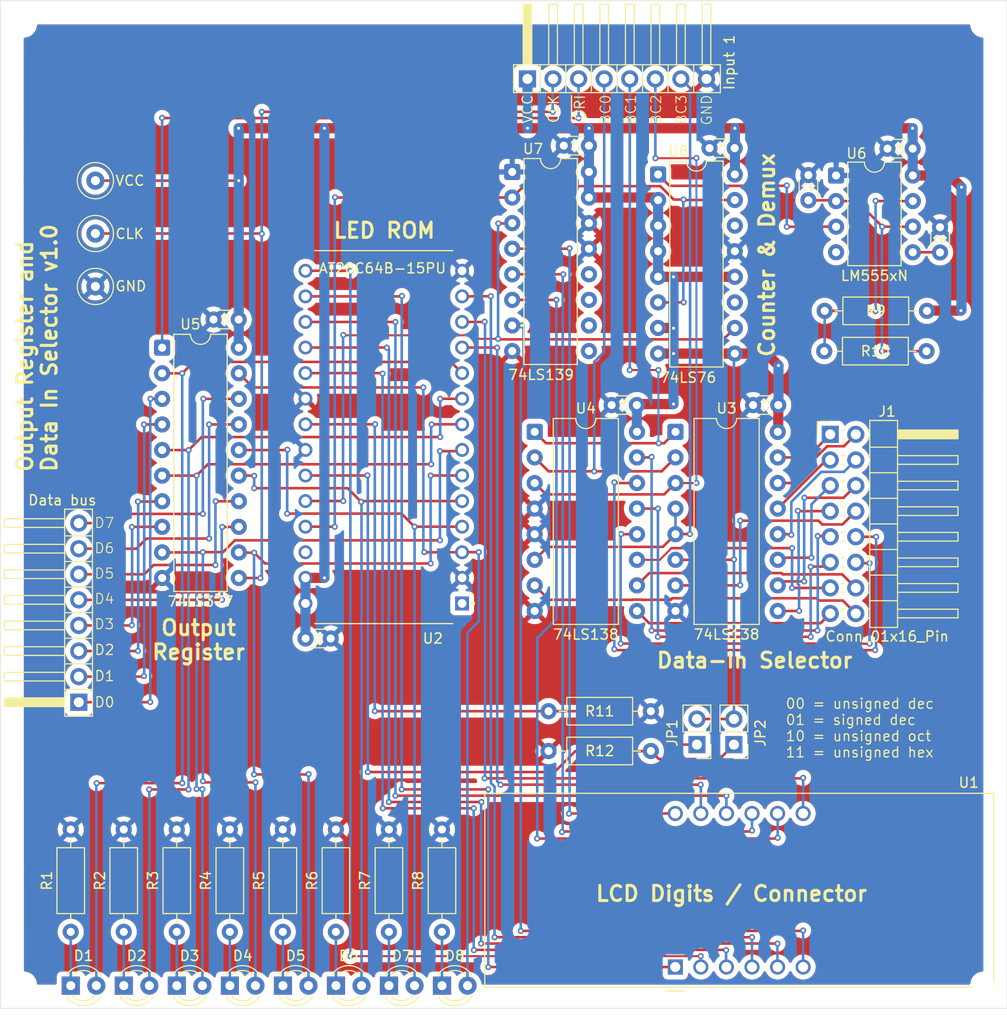
<source format=kicad_pcb>
(kicad_pcb (version 20241229) (generator "pcbnew") (generator_version "9.0")
  (title_block (title "Output Register and Data-In Selector") (date "2025-12-25") (rev "1.0") (company "Marco Vettigli"))
  (layers (0 "F.Cu" signal) (2 "B.Cu" signal) (13 "F.Paste" user) (15 "B.Paste" user) (5 "F.SilkS" user "F.Silkscreen") (7 "B.SilkS" user "B.Silkscreen") (1 "F.Mask" user) (3 "B.Mask" user) (25 "Edge.Cuts" user))
  (net 0 "")
  (net 1 "VCC")
  (net 2 "D3")
  (net 3 "D1")
  (net 4 "D2")
  (net 5 "D4")
  (net 6 "D6")
  (net 7 "D0")
  (net 8 "D5")
  (net 9 "D7")
  (net 10 "/Data-In Selector/~{OP12}")
  (net 11 "/Data-In Selector/~{OP11}")
  (net 12 "/Data-In Selector/~{OP1}")
  (net 13 "/Data-In Selector/~{OP14}")
  (net 14 "/Data-In Selector/~{OP4}")
  (net 15 "/Data-In Selector/~{OP5}")
  (net 16 "/Data-In Selector/~{OP13}")
  (net 17 "/Data-In Selector/~{OP9}")
  (net 18 "/Data-In Selector/~{OP2}")
  (net 19 "/Data-In Selector/~{OP6}")
  (net 20 "/Data-In Selector/~{OP15}")
  (net 21 "/Data-In Selector/~{OP3}")
  (net 22 "/Data-In Selector/~{OP10}")
  (net 23 "/Data-In Selector/~{OP7}")
  (net 24 "/Data-In Selector/~{OP8}")
  (net 25 "/Data-In Selector/~{OP0}")
  (net 26 "CLK")
  (net 27 "GND")
  (net 28 "Net-(U6-CV)")
  (net 29 "Net-(U6-THR)")
  (net 30 "/Output Register/Q0")
  (net 31 "Net-(D1-K)")
  (net 32 "/Output Register/Q1")
  (net 33 "Net-(D2-K)")
  (net 34 "/Output Register/Q2")
  (net 35 "Net-(D3-K)")
  (net 36 "Net-(D4-K)")
  (net 37 "/Output Register/Q3")
  (net 38 "/Output Register/Q4")
  (net 39 "Net-(D5-K)")
  (net 40 "Net-(D6-K)")
  (net 41 "/Output Register/Q5")
  (net 42 "Net-(D7-K)")
  (net 43 "/Output Register/Q6")
  (net 44 "/Output Register/Q7")
  (net 45 "Net-(D8-K)")
  (net 46 "BC0")
  (net 47 "BC1")
  (net 48 "BC3")
  (net 49 "BC2")
  (net 50 "~{ORI}")
  (net 51 "/Jumper Box/A0")
  (net 52 "/Jumper Box/A1")
  (net 53 "Net-(U6-DIS)")
  (net 54 "Net-(U1-a)")
  (net 55 "Net-(U1-e)")
  (net 56 "/Counter and Selector/Dig1")
  (net 57 "/Counter and Selector/Dig4")
  (net 58 "Net-(U1-f)")
  (net 59 "Net-(U1-c)")
  (net 60 "/Counter and Selector/Dig2")
  (net 61 "Net-(U1-d)")
  (net 62 "/Counter and Selector/Dig3")
  (net 63 "Net-(U1-DPX)")
  (net 64 "Net-(U1-b)")
  (net 65 "Net-(U1-g)")
  (net 66 "/Counter and Selector/A0")
  (net 67 "/Counter and Selector/A1")
  (net 68 "/Clock/Clock")
  (footprint "Resistor_THT:R_Axial_DIN0207_L6.3mm_D2.5mm_P10.16mm_Horizontal" (layer "F.Cu") (at 62.267857 135.41 90)
    (property "Reference" "R2")
    (property "Value" "220")
  )
  (footprint "TestPoint:TestPoint_Loop_D3.50mm_Drill0.9mm_Beaded" (layer "F.Cu") (at 59.45 60.85)
    (property "Reference" "TP1" (hide yes))
    (property "Value" "VCC")
  )
  (footprint "MountingHole:MountingHole_2.1mm" (layer "F.Cu") (at 52.35 45.35)
    (property "Reference" "REF**" (hide yes))
    (property "Value" "MountingHole_2.1mm" (hide yes))
  )
  (footprint "Custom:PinHeader_1x08_P2.54mm_Horizontal" (layer "F.Cu") (at 60.55 112.62 180)
    (property "Reference" "J2" (hide yes))
    (property "Value" "Data bus")
  )
  (footprint "Capacitor_THT:C_Disc_D3.0mm_W1.6mm_P2.50mm" (layer "F.Cu") (at 113.23 83.125 180)
    (property "Reference" "C4" (hide yes))
    (property "Value" "100n" (hide yes))
  )
  (footprint "Capacitor_THT:C_Disc_D3.0mm_W1.6mm_P2.50mm" (layer "F.Cu") (at 127.28 83.125 180)
    (property "Reference" "C3" (hide yes))
    (property "Value" "100n" (hide yes))
  )
  (footprint "Capacitor_THT:C_Disc_D3.0mm_W1.6mm_P2.50mm" (layer "F.Cu") (at 108.475 57.375 180)
    (property "Reference" "C7" (hide yes))
    (property "Value" "100n" (hide yes))
  )
  (footprint "LED_THT:LED_D3.0mm" (layer "F.Cu") (at 57.005 140.75)
    (property "Reference" "D1")
    (property "Value" "RED")
  )
  (footprint "Resistor_THT:R_Axial_DIN0207_L6.3mm_D2.5mm_P10.16mm_Horizontal" (layer "F.Cu") (at 93.875 135.41 90)
    (property "Reference" "R8")
    (property "Value" "220")
  )
  (footprint "Capacitor_THT:C_Disc_D3.0mm_W1.6mm_P2.50mm" (layer "F.Cu") (at 143.35 67.975 90)
    (property "Reference" "C8" (hide yes))
    (property "Value" "100n" (hide yes))
  )
  (footprint "Connector_PinHeader_2.54mm:PinHeader_1x02_P2.54mm_Vertical" (layer "F.Cu") (at 122.875 116.825 180)
    (property "Reference" "JP2")
    (property "Value" "Jumper_2_Open" (hide yes))
  )
  (footprint "LED_THT:LED_D3.0mm" (layer "F.Cu") (at 93.88 140.75)
    (property "Reference" "D8")
    (property "Value" "RED")
  )
  (footprint "Connector_PinHeader_2.54mm:PinHeader_2x08_P2.54mm_Horizontal" (layer "F.Cu") (at 132.44 86.035)
    (property "Reference" "J1")
    (property "Value" "Conn_01x16_Pin")
  )
  (footprint "Resistor_THT:R_Axial_DIN0207_L6.3mm_D2.5mm_P10.16mm_Horizontal" (layer "F.Cu") (at 88.607143 135.41 90)
    (property "Reference" "R7")
    (property "Value" "220")
  )
  (footprint "Resistor_THT:R_Axial_DIN0207_L6.3mm_D2.5mm_P10.16mm_Horizontal" (layer "F.Cu") (at 72.803571 135.41 90)
    (property "Reference" "R4")
    (property "Value" "220")
  )
  (footprint "Resistor_THT:R_Axial_DIN0207_L6.3mm_D2.5mm_P10.16mm_Horizontal" (layer "F.Cu") (at 57 135.41 90)
    (property "Reference" "R1")
    (property "Value" "220")
  )
  (footprint "Resistor_THT:R_Axial_DIN0207_L6.3mm_D2.5mm_P10.16mm_Horizontal" (layer "F.Cu") (at 131.845 77.775)
    (property "Reference" "R10" (hide yes))
    (property "Value" "100k" (hide yes))
  )
  (footprint "Resistor_THT:R_Axial_DIN0207_L6.3mm_D2.5mm_P10.16mm_Horizontal" (layer "F.Cu") (at 83.339286 135.41 90)
    (property "Reference" "R6")
    (property "Value" "220")
  )
  (footprint "Package_DIP:DIP-16_W10.16mm" (layer "F.Cu") (at 103.085 85.785)
    (property "Reference" "U4")
    (property "Value" "74LS138")
  )
  (footprint "Package_DIP:DIP-16_W10.16mm" (layer "F.Cu") (at 117.07 85.785)
    (property "Reference" "U3")
    (property "Value" "74LS138")
  )
  (footprint "Resistor_THT:R_Axial_DIN0207_L6.3mm_D2.5mm_P10.16mm_Horizontal" (layer "F.Cu") (at 142.05 73.775 180)
    (property "Reference" "R9" (hide yes))
    (property "Value" "1k" (hide yes))
  )
  (footprint "Custom:DIP1555W45P254L3733H482Q28" (layer "F.Cu") (at 88.09625 86.305 180)
    (property "Reference" "U2")
    (property "Value" "AT28C64B-15PU")
  )
  (footprint "Custom:PinHeader_1x08_P2.54mm_Horizontal" (layer "F.Cu") (at 102.37 53.5 90)
    (property "Reference" "J3" (hide yes))
    (property "Value" "Input 1")
  )
  (footprint "Resistor_THT:R_Axial_DIN0207_L6.3mm_D2.5mm_P10.16mm_Horizontal" (layer "F.Cu") (at 78.071429 135.41 90)
    (property "Reference" "R5")
    (property "Value" "220")
  )
  (footprint "Resistor_THT:R_Axial_DIN0207_L6.3mm_D2.5mm_P10.16mm_Horizontal" (layer "F.Cu") (at 67.535714 135.41 90)
    (property "Reference" "R3")
    (property "Value" "220")
  )
  (footprint "Package_DIP:DIP-8_W7.62mm" (layer "F.Cu") (at 133.025 60.34)
    (property "Reference" "U6")
    (property "Value" "LM555xN")
  )
  (footprint "LED_THT:LED_D3.0mm" (layer "F.Cu") (at 62.272857 140.75)
    (property "Reference" "D2")
    (property "Value" "RED")
  )
  (footprint "TestPoint:TestPoint_Loop_D3.50mm_Drill0.9mm_Beaded" (layer "F.Cu") (at 59.45 71.35)
    (property "Reference" "TP3" (hide yes))
    (property "Value" "GND")
  )
  (footprint "MountingHole:MountingHole_2.1mm" (layer "F.Cu") (at 147.65 45.35)
    (property "Reference" "REF**" (hide yes))
    (property "Value" "MountingHole_2.1mm" (hide yes))
  )
  (footprint "LED_THT:LED_D3.0mm" (layer "F.Cu") (at 72.808571 140.75)
    (property "Reference" "D4")
    (property "Value" "RED")
  )
  (footprint "LED_THT:LED_D3.0mm" (layer "F.Cu") (at 67.540714 140.75)
    (property "Reference" "D3")
    (property "Value" "RED")
  )
  (footprint "Capacitor_THT:C_Disc_D3.0mm_W1.6mm_P2.50mm" (layer "F.Cu") (at 73.685 74.635 180)
    (property "Reference" "C5" (hide yes))
    (property "Value" "100n" (hide yes))
  )
  (footprint "Display_7Segment:CA56-12SURKWA" (layer "F.Cu") (at 117.05 138.9 90)
    (property "Reference" "U1")
    (property "Value" "5461AS")
  )
  (footprint "Resistor_THT:R_Axial_DIN0207_L6.3mm_D2.5mm_P10.16mm_Horizontal" (layer "F.Cu") (at 104.465 113.51)
    (property "Reference" "R11" (hide yes))
    (property "Value" "10k" (hide yes))
  )
  (footprint "Capacitor_THT:C_Disc_D3.0mm_W1.6mm_P2.50mm" (layer "F.Cu") (at 122.95 57.625 180)
    (property "Reference" "C1" (hide yes))
    (property "Value" "100n" (hide yes))
  )
  (footprint "Capacitor_THT:C_Disc_D3.0mm_W1.6mm_P2.50mm" (layer "F.Cu") (at 130.275 62.8 90)
    (property "Reference" "C9" (hide yes))
    (property "Value" "100n" (hide yes))
  )
  (footprint "TestPoint:TestPoint_Loop_D3.50mm_Drill0.9mm_Beaded" (layer "F.Cu") (at 59.45 66.1)
    (property "Reference" "TP2" (hide yes))
    (property "Value" "CLK")
  )
  (footprint "LED_THT:LED_D3.0mm" (layer "F.Cu") (at 88.612143 140.75)
    (property "Reference" "D7")
    (property "Value" "RED")
  )
  (footprint "Package_DIP:DIP-20_W7.62mm" (layer "F.Cu") (at 66.08 77.43)
    (property "Reference" "U5")
    (property "Value" "74LS377")
  )
  (footprint "Connector_PinHeader_2.54mm:PinHeader_1x02_P2.54mm_Vertical" (layer "F.Cu") (at 119.2 116.825 180)
    (property "Reference" "JP1")
    (property "Value" "Jumper_2_Open" (hide yes))
  )
  (footprint "Capacitor_THT:C_Disc_D3.0mm_W1.6mm_P2.50mm" (layer "F.Cu") (at 80.325 106.295)
    (property "Reference" "C2" (hide yes))
    (property "Value" "100n" (hide yes))
  )
  (footprint "MountingHole:MountingHole_2.1mm" (layer "F.Cu") (at 52.35 140.65)
    (property "Reference" "REF**" (hide yes))
    (property "Value" "MountingHole_2.1mm" (hide yes))
  )
  (footprint "Resistor_THT:R_Axial_DIN0207_L6.3mm_D2.5mm_P10.16mm_Horizontal" (layer "F.Cu") (at 114.625 117.46 180)
    (property "Reference" "R12" (hide yes))
    (property "Value" "10k" (hide yes))
  )
  (footprint "MountingHole:MountingHole_2.1mm" (layer "F.Cu") (at 147.65 140.65)
    (property "Reference" "REF**" (hide yes))
    (property "Value" "MountingHole_2.1mm" (hide yes))
  )
  (footprint "LED_THT:LED_D3.0mm" (layer "F.Cu") (at 83.344286 140.75)
    (property "Reference" "D6")
    (property "Value" "RED")
  )
  (footprint "Capacitor_THT:C_Disc_D3.0mm_W1.6mm_P2.50mm" (layer "F.Cu") (at 140.63 57.675 180)
    (property "Reference" "C6" (hide yes))
    (property "Value" "100n" (hide yes))
  )
  (footprint "Package_DIP:DIP-16_W7.62mm" (layer "F.Cu") (at 115.345 60.235)
    (property "Reference" "U8")
    (property "Value" "74LS76")
  )
  (footprint "LED_THT:LED_D3.0mm" (layer "F.Cu") (at 78.076429 140.75)
    (property "Reference" "D5")
    (property "Value" "RED")
  )
  (footprint "Package_DIP:DIP-16_W7.62mm" (layer "F.Cu") (at 100.855 59.985)
    (property "Reference" "U7")
    (property "Value" "74LS139")
  )
  (gr_rect (start 50 43) (end 150 143) (stroke (width 0.05)) (fill no) (layer "Edge.Cuts"))
  (gr_text "LCD Digits / Connector" (at 109 132.5 0) (layer "F.SilkS") (effects (font (size 1.5 1.5) (thickness 0.3) (bold yes)) (justify left bottom)))
  (gr_text "LED ROM" (at 82.95 66.675 0) (layer "F.SilkS") (effects (font (size 1.5 1.5) (thickness 0.3) (bold yes)) (justify left bottom)))
  (gr_text "Output\nRegister" (at 69.7 108.525 0) (layer "F.SilkS") (effects (font (size 1.5 1.5) (thickness 0.3) (bold yes)) (justify bottom)))
  (gr_text "Counter & Demux" (at 127.025 78.5 90) (layer "F.SilkS") (effects (font (size 1.5 1.5) (thickness 0.3) (bold yes)) (justify left bottom)))
  (gr_text "Output Register and\nData In Selector v1.0" (at 55.75 89.9 90) (layer "F.SilkS") (effects (font (size 1.5 1.5) (thickness 0.3) (bold yes)) (justify left bottom)))
  (gr_text "Data-In Selector" (at 115.05 109.35 0) (layer "F.SilkS") (effects (font (size 1.5 1.5) (thickness 0.3) (bold yes)) (justify left bottom)))
  (gr_text "00 = unsigned dec\n01 = signed dec\n10 = unsigned oct\n11 = unsigned hex" (at 127.95 118.175 0) (layer "F.SilkS") (effects (font (size 1 1) (thickness 0.125)) (justify left bottom)))
  (segment (start 73.675 55.65) (end 82.2 55.65) (width 1.016) (layer "F.Cu") (net 1))
  (segment (start 142.075 73.75) (end 142.05 73.775) (width 1.016) (layer "F.Cu") (net 1))
  (segment (start 115.095 62.525) (end 115.345 62.775) (width 1.016) (layer "F.Cu") (net 1))
  (segment (start 122.975 55.65) (end 140.625 55.65) (width 1.016) (layer "F.Cu") (net 1))
  (segment (start 122.875 114.285) (end 119.2 114.285) (width 0.257) (layer "F.Cu") (net 1))
  (segment (start 115.345 78.015) (end 116.875 78.015) (width 1.016) (layer "F.Cu") (net 1))
  (segment (start 102.375 55.65) (end 82.2 55.65) (width 1.016) (layer "F.Cu") (net 1))
  (segment (start 115.345 75.475) (end 116.85 75.475) (width 1.016) (layer "F.Cu") (net 1))
  (segment (start 113.33 83.025) (end 113.23 83.125) (width 1.016) (layer "F.Cu") (net 1))
  (segment (start 127.28 85.735) (end 127.23 85.785) (width 1.016) (layer "F.Cu") (net 1))
  (segment (start 127.28 83.125) (end 127.28 85.735) (width 1.016) (layer "F.Cu") (net 1))
  (segment (start 117.07 98.485) (end 122.84 98.485) (width 0.257) (layer "F.Cu") (net 1))
  (segment (start 122.965 78.015) (end 126.115 78.015) (width 1.016) (layer "F.Cu") (net 1))
  (segment (start 80.3175 100.275) (end 82.2 100.275) (width 1.016) (layer "F.Cu") (net 1))
  (segment (start 126.115 78.015) (end 127.3 79.2) (width 1.016) (layer "F.Cu") (net 1))
  (segment (start 140.645 60.34) (end 144.315 60.34) (width 1.016) (layer "F.Cu") (net 1))
  (segment (start 116.85 75.475) (end 116.875 75.5) (width 1.016) (layer "F.Cu") (net 1))
  (segment (start 59.45 60.85) (end 73.685 60.85) (width 0.254) (layer "F.Cu") (net 1))
  (segment (start 108.475 55.65) (end 122.975 55.65) (width 1.016) (layer "F.Cu") (net 1))
  (segment (start 108.475 62.525) (end 115.095 62.525) (width 1.016) (layer "F.Cu") (net 1))
  (segment (start 102.375 55.65) (end 108.475 55.65) (width 1.016) (layer "F.Cu") (net 1))
  (segment (start 116.875 78.015) (end 122.965 78.015) (width 1.016) (layer "F.Cu") (net 1))
  (segment (start 116.875 70.395) (end 122.965 70.395) (width 1.016) (layer "F.Cu") (net 1))
  (segment (start 116.875 83.025) (end 113.33 83.025) (width 1.016) (layer "F.Cu") (net 1))
  (segment (start 144.315 60.34) (end 145.475 61.5) (width 1.016) (layer "F.Cu") (net 1))
  (segment (start 115.345 70.395) (end 116.875 70.395) (width 1.016) (layer "F.Cu") (net 1))
  (segment (start 145.425 73.75) (end 142.075 73.75) (width 1.016) (layer "F.Cu") (net 1))
  (segment (start 122.84 98.485) (end 122.875 98.45) (width 0.2) (layer "F.Cu") (net 1))
  (via (at 122.875 98.45) (size 0.6) (drill 0.3) (layers "F.Cu" "B.Cu") (net 1))
  (via (at 122.975 55.65) (size 0.6) (drill 0.3) (layers "F.Cu" "B.Cu") (net 1))
  (via (at 82.2 100.275) (size 0.6) (drill 0.3) (layers "F.Cu" "B.Cu") (net 1))
  (via (at 145.475 61.5) (size 0.6) (drill 0.3) (layers "F.Cu" "B.Cu") (net 1))
  (via (at 102.375 55.65) (size 0.6) (drill 0.3) (layers "F.Cu" "B.Cu") (net 1))
  (via (at 116.875 83.025) (size 0.6) (drill 0.3) (layers "F.Cu" "B.Cu") (net 1))
  (via (at 116.875 78.015) (size 0.6) (drill 0.3) (layers "F.Cu" "B.Cu") (net 1))
  (via (at 145.425 73.75) (size 0.6) (drill 0.3) (layers "F.Cu" "B.Cu") (net 1))
  (via (at 82.2 55.65) (size 0.6) (drill 0.3) (layers "F.Cu" "B.Cu") (net 1))
  (via (at 140.625 55.65) (size 0.6) (drill 0.3) (layers "F.Cu" "B.Cu") (net 1))
  (via (at 73.675 55.65) (size 0.6) (drill 0.3) (layers "F.Cu" "B.Cu") (net 1))
  (via (at 108.475 55.65) (size 0.6) (drill 0.3) (layers "F.Cu" "B.Cu") (net 1))
  (via (at 116.875 70.395) (size 0.6) (drill 0.3) (layers "F.Cu" "B.Cu") (net 1))
  (via (at 73.685 60.85) (size 0.6) (drill 0.3) (layers "F.Cu" "B.Cu") (net 1))
  (via (at 127.3 79.2) (size 0.6) (drill 0.3) (layers "F.Cu" "B.Cu") (net 1))
  (via (at 116.875 75.5) (size 0.6) (drill 0.3) (layers "F.Cu" "B.Cu") (net 1))
  (segment (start 113.23 85.77) (end 113.245 85.785) (width 1.016) (layer "B.Cu") (net 1))
  (segment (start 122.975 57.675) (end 122.975 55.65) (width 1.016) (layer "B.Cu") (net 1))
  (segment (start 115.345 67.855) (end 115.345 70.395) (width 1.016) (layer "B.Cu") (net 1))
  (segment (start 73.685 55.71) (end 73.685 60.85) (width 1.016) (layer "B.Cu") (net 1))
  (segment (start 127.3 83.105) (end 127.28 83.125) (width 1.016) (layer "B.Cu") (net 1))
  (segment (start 116.875 78.015) (end 116.875 83.025) (width 1.016) (layer "B.Cu") (net 1))
  (segment (start 140.63 57.675) (end 140.63 60.325) (width 1.016) (layer "B.Cu") (net 1))
  (segment (start 113.23 83.125) (end 113.23 85.77) (width 1.016) (layer "B.Cu") (net 1))
  (segment (start 140.625 57.67) (end 140.63 57.675) (width 1.016) (layer "B.Cu") (net 1))
  (segment (start 73.675 55.7) (end 73.685 55.71) (width 1.016) (layer "B.Cu") (net 1))
  (segment (start 122.975 57.675) (end 122.975 60.225) (width 1.016) (layer "B.Cu") (net 1))
  (segment (start 82.2 100.275) (end 82.2 55.65) (width 1.016) (layer "B.Cu") (net 1))
  (segment (start 108.475 62.525) (end 108.475 59.985) (width 1.016) (layer "B.Cu") (net 1))
  (segment (start 127.3 79.2) (end 127.3 83.105) (width 1.016) (layer "B.Cu") (net 1))
  (segment (start 116.875 75.5) (end 116.875 78.015) (width 1.016) (layer "B.Cu") (net 1))
  (segment (start 73.685 77.415) (end 73.7 77.43) (width 1.016) (layer "B.Cu") (net 1))
  (segment (start 145.475 61.5) (end 145.475 73.7) (width 1.016) (layer "B.Cu") (net 1))
  (segment (start 108.475 57.675) (end 108.475 55.65) (width 1.016) (layer "B.Cu") (net 1))
  (segment (start 73.685 60.85) (end 73.685 74.635) (width 1.016) (layer "B.Cu") (net 1))
  (segment (start 102.37 50.75) (end 102.37 55.645) (width 1.016) (layer "B.Cu") (net 1))
  (segment (start 80.3175 102.815) (end 80.3175 100.275) (width 1.016) (layer "B.Cu") (net 1))
  (segment (start 80.3175 106.2875) (end 80.325 106.295) (width 1.016) (layer "B.Cu") (net 1))
  (segment (start 122.875 78.105) (end 122.965 78.015) (width 0.2) (layer "B.Cu") (net 1))
  (segment (start 122.875 98.45) (end 122.875 78.105) (width 0.257) (layer "B.Cu") (net 1))
  (segment (start 80.3175 102.815) (end 80.3175 106.2875) (width 1.016) (layer "B.Cu") (net 1))
  (segment (start 115.345 62.775) (end 115.345 65.315) (width 1.016) (layer "B.Cu") (net 1))
  (segment (start 116.875 70.395) (end 116.875 75.5) (width 1.016) (layer "B.Cu") (net 1))
  (segment (start 73.685 74.635) (end 73.685 77.415) (width 1.016) (layer "B.Cu") (net 1))
  (segment (start 122.875 114.285) (end 122.875 98.45) (width 0.257) (layer "B.Cu") (net 1))
  (segment (start 102.37 55.645) (end 102.375 55.65) (width 1.016) (layer "B.Cu") (net 1))
  (segment (start 122.975 60.225) (end 122.965 60.235) (width 1.016) (layer "B.Cu") (net 1))
  (segment (start 115.345 65.315) (end 115.345 67.855) (width 1.016) (layer "B.Cu") (net 1))
  (segment (start 140.625 55.65) (end 140.625 57.67) (width 1.016) (layer "B.Cu") (net 1))
  (segment (start 108.475 59.985) (end 108.475 57.675) (width 1.016) (layer "B.Cu") (net 1))
  (segment (start 140.63 60.325) (end 140.645 60.34) (width 1.016) (layer "B.Cu") (net 1))
  (segment (start 73.675 55.65) (end 73.675 55.7) (width 1.016) (layer "B.Cu") (net 1))
  (segment (start 145.475 73.7) (end 145.425 73.75) (width 1.016) (layer "B.Cu") (net 1))
  (segment (start 63.073 95.225) (end 63.088 95.21) (width 0.254) (layer "F.Cu") (net 2))
  (segment (start 57.8 105) (end 63.048 105) (width 0.254) (layer "F.Cu") (net 2))
  (segment (start 63.088 95.21) (end 66.08 95.21) (width 0.254) (layer "F.Cu") (net 2))
  (segment (start 63.048 105) (end 63.073 104.975) (width 0.254) (layer "F.Cu") (net 2))
  (via (at 63.073 104.975) (size 0.6) (drill 0.3) (layers "F.Cu" "B.Cu") (net 2))
  (via (at 63.073 95.225) (size 0.6) (drill 0.3) (layers "F.Cu" "B.Cu") (net 2))
  (segment (start 63.1 95.252) (end 63.073 95.225) (width 0.254) (layer "B.Cu") (net 2))
  (segment (start 63.1 104.948) (end 63.1 95.252) (width 0.254) (layer "B.Cu") (net 2))
  (segment (start 63.073 104.975) (end 63.1 104.948) (width 0.254) (layer "B.Cu") (net 2))
  (segment (start 64.218 110.08) (end 64.273 110.025) (width 0.254) (layer "F.Cu") (net 3))
  (segment (start 64.273 85.05) (end 66.08 85.05) (width 0.254) (layer "F.Cu") (net 3))
  (segment (start 57.8 110.08) (end 64.218 110.08) (width 0.254) (layer "F.Cu") (net 3))
  (via (at 64.273 85.05) (size 0.6) (drill 0.3) (layers "F.Cu" "B.Cu") (net 3))
  (via (at 64.273 110.025) (size 0.6) (drill 0.3) (layers "F.Cu" "B.Cu") (net 3))
  (segment (start 64.3 85.077) (end 64.273 85.05) (width 0.254) (layer "B.Cu") (net 3))
  (segment (start 64.3 109.998) (end 64.3 85.077) (width 0.254) (layer "B.Cu") (net 3))
  (segment (start 64.273 110.025) (end 64.3 109.998) (width 0.254) (layer "B.Cu") (net 3))
  (segment (start 57.8 107.54) (end 63.658 107.54) (width 0.254) (layer "F.Cu") (net 4))
  (segment (start 63.673 92.7) (end 66.05 92.7) (width 0.254) (layer "F.Cu") (net 4))
  (segment (start 66.05 92.7) (end 66.08 92.67) (width 0.254) (layer "F.Cu") (net 4))
  (segment (start 63.658 107.54) (end 63.673 107.525) (width 0.254) (layer "F.Cu") (net 4))
  (via (at 63.673 92.7) (size 0.6) (drill 0.3) (layers "F.Cu" "B.Cu") (net 4))
  (via (at 63.673 107.525) (size 0.6) (drill 0.3) (layers "F.Cu" "B.Cu") (net 4))
  (segment (start 63.7 92.727) (end 63.673 92.7) (width 0.254) (layer "B.Cu") (net 4))
  (segment (start 63.673 107.525) (end 63.7 107.498) (width 0.254) (layer "B.Cu") (net 4))
  (segment (start 63.7 107.498) (end 63.7 92.727) (width 0.254) (layer "B.Cu") (net 4))
  (segment (start 73.685 95.225) (end 73.7 95.21) (width 0.254) (layer "F.Cu") (net 5))
  (segment (start 57.8 102.46) (end 72.015 102.46) (width 0.254) (layer "F.Cu") (net 5))
  (segment (start 72.05 95.225) (end 73.685 95.225) (width 0.254) (layer "F.Cu") (net 5))
  (segment (start 72.015 102.46) (end 72.025 102.45) (width 0.254) (layer "F.Cu") (net 5))
  (via (at 72.05 95.225) (size 0.6) (drill 0.3) (layers "F.Cu" "B.Cu") (net 5))
  (via (at 72.025 102.45) (size 0.6) (drill 0.3) (layers "F.Cu" "B.Cu") (net 5))
  (segment (start 72 102.425) (end 72 95.275) (width 0.254) (layer "B.Cu") (net 5))
  (segment (start 72 95.275) (end 72.05 95.225) (width 0.254) (layer "B.Cu") (net 5))
  (segment (start 72.025 102.45) (end 72 102.425) (width 0.254) (layer "B.Cu") (net 5))
  (segment (start 57.8 97.38) (end 63.52 97.38) (width 0.254) (layer "F.Cu") (net 6))
  (segment (start 64.375 96.525) (end 64.525 96.375) (width 0.254) (layer "F.Cu") (net 6))
  (segment (start 64.525 96.375) (end 70.746 96.375) (width 0.254) (layer "F.Cu") (net 6))
  (segment (start 70.75 85.05) (end 73.7 85.05) (width 0.254) (layer "F.Cu") (net 6))
  (segment (start 63.52 97.38) (end 64.375 96.525) (width 0.254) (layer "F.Cu") (net 6))
  (via (at 70.746 96.375) (size 0.6) (drill 0.3) (layers "F.Cu" "B.Cu") (net 6))
  (via (at 70.75 85.05) (size 0.6) (drill 0.3) (layers "F.Cu" "B.Cu") (net 6))
  (segment (start 70.746 96.375) (end 70.75 96.371) (width 0.254) (layer "B.Cu") (net 6))
  (segment (start 70.75 96.371) (end 70.75 85.05) (width 0.254) (layer "B.Cu") (net 6))
  (segment (start 66.07 82.5) (end 66.08 82.51) (width 0.254) (layer "F.Cu") (net 7))
  (segment (start 64.88 112.62) (end 64.9 112.6) (width 0.254) (layer "F.Cu") (net 7))
  (segment (start 64.925 82.5) (end 66.07 82.5) (width 0.254) (layer "F.Cu") (net 7))
  (segment (start 57.8 112.62) (end 64.88 112.62) (width 0.254) (layer "F.Cu") (net 7))
  (via (at 64.925 82.5) (size 0.6) (drill 0.3) (layers "F.Cu" "B.Cu") (net 7))
  (via (at 64.9 112.6) (size 0.6) (drill 0.3) (layers "F.Cu" "B.Cu") (net 7))
  (segment (start 64.9 112.6) (end 64.9 82.525) (width 0.254) (layer "B.Cu") (net 7))
  (segment (start 64.9 82.525) (end 64.925 82.5) (width 0.254) (layer "B.Cu") (net 7))
  (segment (start 64.975 99.25) (end 65.225 99) (width 0.254) (layer "F.Cu") (net 8))
  (segment (start 57.8 99.92) (end 64.305 99.92) (width 0.254) (layer "F.Cu") (net 8))
  (segment (start 71.4 92.675) (end 73.695 92.675) (width 0.254) (layer "F.Cu") (net 8))
  (segment (start 64.305 99.92) (end 64.975 99.25) (width 0.254) (layer "F.Cu") (net 8))
  (segment (start 65.225 99) (end 71.373 99) (width 0.254) (layer "F.Cu") (net 8))
  (segment (start 73.695 92.675) (end 73.7 92.67) (width 0.254) (layer "F.Cu") (net 8))
  (via (at 71.4 92.675) (size 0.6) (drill 0.3) (layers "F.Cu" "B.Cu") (net 8))
  (via (at 71.373 99) (size 0.6) (drill 0.3) (layers "F.Cu" "B.Cu") (net 8))
  (segment (start 71.373 92.702) (end 71.4 92.675) (width 0.254) (layer "B.Cu") (net 8))
  (segment (start 71.373 99) (end 71.373 92.702) (width 0.254) (layer "B.Cu") (net 8))
  (segment (start 62.825 93.925) (end 70.123 93.925) (width 0.254) (layer "F.Cu") (net 9))
  (segment (start 57.8 94.84) (end 61.91 94.84) (width 0.254) (layer "F.Cu") (net 9))
  (segment (start 70.175 82.5) (end 70.185 82.51) (width 0.254) (layer "F.Cu") (net 9))
  (segment (start 62.725 94.025) (end 62.825 93.925) (width 0.254) (layer "F.Cu") (net 9))
  (segment (start 61.91 94.84) (end 62.725 94.025) (width 0.254) (layer "F.Cu") (net 9))
  (segment (start 70.185 82.51) (end 73.7 82.51) (width 0.254) (layer "F.Cu") (net 9))
  (via (at 70.175 82.5) (size 0.6) (drill 0.3) (layers "F.Cu" "B.Cu") (net 9))
  (via (at 70.123 93.925) (size 0.6) (drill 0.3) (layers "F.Cu" "B.Cu") (net 9))
  (segment (start 70.123 82.552) (end 70.175 82.5) (width 0.254) (layer "B.Cu") (net 9))
  (segment (start 70.123 93.925) (end 70.123 82.552) (width 0.254) (layer "B.Cu") (net 9))
  (segment (start 115.51295 98.485) (end 116.67295 97.325) (width 0.2) (layer "F.Cu") (net 10))
  (segment (start 128.65 101.275) (end 132.44 101.275) (width 0.257) (layer "F.Cu") (net 10))
  (segment (start 113.245 98.485) (end 115.51295 98.485) (width 0.2) (layer "F.Cu") (net 10))
  (segment (start 116.67295 97.325) (end 128.65 97.325) (width 0.257) (layer "F.Cu") (net 10))
  (via (at 128.65 97.325) (size 0.6) (drill 0.3) (layers "F.Cu" "B.Cu") (net 10))
  (via (at 128.65 101.275) (size 0.6) (drill 0.3) (layers "F.Cu" "B.Cu") (net 10))
  (segment (start 128.65 97.325) (end 128.65 101.275) (width 0.257) (layer "B.Cu") (net 10))
  (segment (start 111.625 106.8) (end 136.35 106.8) (width 0.254) (layer "F.Cu") (net 11))
  (segment (start 113.245 95.945) (end 111.695 95.945) (width 0.254) (layer "F.Cu") (net 11))
  (segment (start 136.35 98.825) (end 135.07 98.825) (width 0.254) (layer "F.Cu") (net 11))
  (segment (start 135.07 98.825) (end 134.98 98.735) (width 0.254) (layer "F.Cu") (net 11))
  (segment (start 111.695 95.945) (end 111.675 95.925) (width 0.254) (layer "F.Cu") (net 11))
  (via (at 111.625 106.8) (size 0.6) (drill 0.3) (layers "F.Cu" "B.Cu") (net 11))
  (via (at 111.675 95.925) (size 0.6) (drill 0.3) (layers "F.Cu" "B.Cu") (net 11))
  (via (at 136.35 98.825) (size 0.6) (drill 0.3) (layers "F.Cu" "B.Cu") (net 11))
  (via (at 136.35 106.8) (size 0.6) (drill 0.3) (layers "F.Cu" "B.Cu") (net 11))
  (segment (start 111.625 95.975) (end 111.675 95.925) (width 0.254) (layer "B.Cu") (net 11))
  (segment (start 136.35 106.8) (end 136.35 98.825) (width 0.254) (layer "B.Cu") (net 11))
  (segment (start 111.625 106.8) (end 111.625 95.975) (width 0.254) (layer "B.Cu") (net 11))
  (segment (start 133.802 87.213) (end 134.98 86.035) (width 0.254) (layer "F.Cu") (net 12))
  (segment (start 127.23 90.865) (end 128.484056 90.865) (width 0.254) (layer "F.Cu") (net 12))
  (segment (start 128.484056 90.865) (end 132.136056 87.213) (width 0.254) (layer "F.Cu") (net 12))
  (segment (start 132.136056 87.213) (end 133.802 87.213) (width 0.254) (layer "F.Cu") (net 12))
  (segment (start 113.245 103.565) (end 114.455 104.775) (width 0.257) (layer "F.Cu") (net 13))
  (segment (start 114.455 104.775) (end 131.48 104.775) (width 0.257) (layer "F.Cu") (net 13))
  (segment (start 131.48 104.775) (end 132.44 103.815) (width 0.257) (layer "F.Cu") (net 13))
  (segment (start 130.575 98.275) (end 127.44 98.275) (width 0.254) (layer "F.Cu") (net 14))
  (segment (start 127.44 98.275) (end 127.23 98.485) (width 0.254) (layer "F.Cu") (net 14))
  (via (at 130.575 98.275) (size 0.6) (drill 0.3) (layers "F.Cu" "B.Cu") (net 14))
  (segment (start 130.575 92.98) (end 132.44 91.115) (width 0.254) (layer "B.Cu") (net 14))
  (segment (start 130.575 98.275) (end 130.575 92.98) (width 0.254) (layer "B.Cu") (net 14))
  (segment (start 127.63 100.625) (end 129.851 100.625) (width 0.257) (layer "F.Cu") (net 15))
  (segment (start 133.77 92.325) (end 134.98 91.115) (width 0.257) (layer "F.Cu") (net 15))
  (segment (start 129.875 92.325) (end 133.77 92.325) (width 0.257) (layer "F.Cu") (net 15))
  (segment (start 127.23 101.025) (end 127.63 100.625) (width 0.2) (layer "F.Cu") (net 15))
  (via (at 129.875 92.325) (size 0.6) (drill 0.3) (layers "F.Cu" "B.Cu") (net 15))
  (via (at 129.851 100.625) (size 0.6) (drill 0.3) (layers "F.Cu" "B.Cu") (net 15))
  (segment (start 129.851 92.349) (end 129.875 92.325) (width 0.2) (layer "B.Cu") (net 15))
  (segment (start 129.851 100.625) (end 129.851 92.349) (width 0.257) (layer "B.Cu") (net 15))
  (segment (start 134.98 101.275) (end 133.629 99.924) (width 0.257) (layer "F.Cu") (net 16))
  (segment (start 127.602355 99.8) (end 114.47 99.8) (width 0.257) (layer "F.Cu") (net 16))
  (segment (start 133.629 99.924) (end 127.726355 99.924) (width 0.257) (layer "F.Cu") (net 16))
  (segment (start 114.47 99.8) (end 113.245 101.025) (width 0.257) (layer "F.Cu") (net 16))
  (segment (start 127.726355 99.924) (end 127.602355 99.8) (width 0.257) (layer "F.Cu") (net 16))
  (segment (start 134.985 96.2) (end 134.98 96.195) (width 0.254) (layer "F.Cu") (net 17))
  (segment (start 111 107.35) (end 111.1 107.45) (width 0.254) (layer "F.Cu") (net 17))
  (segment (start 111.2 90.8) (end 111.265 90.865) (width 0.254) (layer "F.Cu") (net 17))
  (segment (start 111 90.8) (end 111.2 90.8) (width 0.254) (layer "F.Cu") (net 17))
  (segment (start 137 96.2) (end 134.985 96.2) (width 0.254) (layer "F.Cu") (net 17))
  (segment (start 111.265 90.865) (end 113.245 90.865) (width 0.254) (layer "F.Cu") (net 17))
  (segment (start 111.1 107.45) (end 136.9 107.45) (width 0.254) (layer "F.Cu") (net 17))
  (via (at 137 96.2) (size 0.6) (drill 0.3) (layers "F.Cu" "B.Cu") (net 17))
  (via (at 136.9 107.45) (size 0.6) (drill 0.3) (layers "F.Cu" "B.Cu") (net 17))
  (via (at 111 107.35) (size 0.6) (drill 0.3) (layers "F.Cu" "B.Cu") (net 17))
  (via (at 111 90.8) (size 0.6) (drill 0.3) (layers "F.Cu" "B.Cu") (net 17))
  (segment (start 111 91.05) (end 110.997 91.053) (width 0.254) (layer "B.Cu") (net 17))
  (segment (start 110.997 91.053) (end 110.997 107.347) (width 0.254) (layer "B.Cu") (net 17))
  (segment (start 110.997 107.347) (end 111 107.35) (width 0.254) (layer "B.Cu") (net 17))
  (segment (start 137 107.35) (end 137 96.2) (width 0.254) (layer "B.Cu") (net 17))
  (segment (start 111 90.8) (end 111 91.05) (width 0.254) (layer "B.Cu") (net 17))
  (segment (start 136.9 107.45) (end 137 107.35) (width 0.254) (layer "B.Cu") (net 17))
  (segment (start 127.23 93.405) (end 132.06 88.575) (width 0.254) (layer "F.Cu") (net 18))
  (segment (start 132.06 88.575) (end 132.44 88.575) (width 0.254) (layer "F.Cu") (net 18))
  (segment (start 127.23 103.565) (end 129.335 103.565) (width 0.254) (layer "F.Cu") (net 19))
  (segment (start 129.2525 93.655) (end 132.44 93.655) (width 0.254) (layer "F.Cu") (net 19))
  (segment (start 129.2225 93.625) (end 129.2525 93.655) (width 0.254) (layer "F.Cu") (net 19))
  (segment (start 129.335 103.565) (end 129.35 103.55) (width 0.254) (layer "F.Cu") (net 19))
  (segment (start 132.41 93.625) (end 132.44 93.655) (width 0.257) (layer "F.Cu") (net 19))
  (via (at 129.2225 93.625) (size 0.6) (drill 0.3) (layers "F.Cu" "B.Cu") (net 19))
  (via (at 129.35 103.55) (size 0.6) (drill 0.3) (layers "F.Cu" "B.Cu") (net 19))
  (segment (start 129.35 101.012127) (end 129.35 103.55) (width 0.254) (layer "B.Cu") (net 19))
  (segment (start 129.2225 93.625) (end 129.3 93.7025) (width 0.254) (layer "B.Cu") (net 19))
  (segment (start 129.3 93.7025) (end 129.3 100.287873) (width 0.254) (layer "B.Cu") (net 19))
  (segment (start 129.223 100.364873) (end 129.223 100.885127) (width 0.254) (layer "B.Cu") (net 19))
  (segment (start 129.3 100.287873) (end 129.223 100.364873) (width 0.254) (layer "B.Cu") (net 19))
  (segment (start 129.223 100.885127) (end 129.35 101.012127) (width 0.254) (layer "B.Cu") (net 19))
  (segment (start 116.739767 102.3) (end 131.1 102.3) (width 0.254) (layer "F.Cu") (net 20))
  (segment (start 131.1 102.3) (end 131.325 102.525) (width 0.254) (layer "F.Cu") (net 20))
  (segment (start 104.513 102.453) (end 112.761767 102.453) (width 0.254) (layer "F.Cu") (net 20))
  (segment (start 113.712233 102.437) (end 113.728233 102.453) (width 0.254) (layer "F.Cu") (net 20))
  (segment (start 131.325 102.525) (end 133.69 102.525) (width 0.254) (layer "F.Cu") (net 20))
  (segment (start 112.777767 102.437) (end 113.712233 102.437) (width 0.254) (layer "F.Cu") (net 20))
  (segment (start 112.761767 102.453) (end 112.777767 102.437) (width 0.254) (layer "F.Cu") (net 20))
  (segment (start 116.586767 102.453) (end 116.739767 102.3) (width 0.254) (layer "F.Cu") (net 20))
  (segment (start 103.085 101.025) (end 104.513 102.453) (width 0.254) (layer "F.Cu") (net 20))
  (segment (start 113.728233 102.453) (end 116.586767 102.453) (width 0.254) (layer "F.Cu") (net 20))
  (segment (start 133.69 102.525) (end 134.98 103.815) (width 0.254) (layer "F.Cu") (net 20))
  (segment (start 128.52 95.945) (end 128.575 96) (width 0.254) (layer "F.Cu") (net 21))
  (segment (start 127.23 95.945) (end 128.52 95.945) (width 0.254) (layer "F.Cu") (net 21))
  (via (at 128.575 96) (size 0.6) (drill 0.3) (layers "F.Cu" "B.Cu") (net 21))
  (segment (start 128.575 96) (end 128.575 92.736873) (width 0.254) (layer "B.Cu") (net 21))
  (segment (start 133.802 89.753) (end 134.98 88.575) (width 0.254) (layer "B.Cu") (net 21))
  (segment (start 128.575 92.736873) (end 131.558873 89.753) (width 0.254) (layer "B.Cu") (net 21))
  (segment (start 131.558873 89.753) (end 133.802 89.753) (width 0.254) (layer "B.Cu") (net 21))
  (segment (start 115.325 106.127) (end 130.5 106.127) (width 0.254) (layer "F.Cu") (net 22))
  (segment (start 115.322 93.405) (end 115.327 93.4) (width 0.254) (layer "F.Cu") (net 22))
  (segment (start 113.245 93.405) (end 115.322 93.405) (width 0.254) (layer "F.Cu") (net 22))
  (segment (start 130.5 99.175) (end 130.525 99.15) (width 0.254) (layer "F.Cu") (net 22))
  (segment (start 130.525 99.15) (end 132.025 99.15) (width 0.254) (layer "F.Cu") (net 22))
  (segment (start 132.025 99.15) (end 132.44 98.735) (width 0.254) (layer "F.Cu") (net 22))
  (via (at 130.5 99.175) (size 0.6) (drill 0.3) (layers "F.Cu" "B.Cu") (net 22))
  (via (at 130.5 106.127) (size 0.6) (drill 0.3) (layers "F.Cu" "B.Cu") (net 22))
  (via (at 115.327 93.4) (size 0.6) (drill 0.3) (layers "F.Cu" "B.Cu") (net 22))
  (via (at 115.325 106.127) (size 0.6) (drill 0.3) (layers "F.Cu" "B.Cu") (net 22))
  (segment (start 115.327 93.4) (end 115.327 106.125) (width 0.254) (layer "B.Cu") (net 22))
  (segment (start 130.5 99.175) (end 130.5 106.127) (width 0.254) (layer "B.Cu") (net 22))
  (segment (start 115.327 106.125) (end 115.325 106.127) (width 0.254) (layer "B.Cu") (net 22))
  (segment (start 131.65 94.975) (end 133.66 94.975) (width 0.254) (layer "F.Cu") (net 23))
  (segment (start 131.275 94.6) (end 131.65 94.975) (width 0.254) (layer "F.Cu") (net 23))
  (segment (start 123.4785 101.025) (end 123.5035 101) (width 0.254) (layer "F.Cu") (net 23))
  (segment (start 133.66 94.975) (end 134.98 93.655) (width 0.254) (layer "F.Cu") (net 23))
  (segment (start 117.07 101.025) (end 123.4785 101.025) (width 0.254) (layer "F.Cu") (net 23))
  (segment (start 123.5035 94.6) (end 131.275 94.6) (width 0.254) (layer "F.Cu") (net 23))
  (via (at 123.5035 101) (size 0.6) (drill 0.3) (layers "F.Cu" "B.Cu") (net 23))
  (via (at 123.5035 94.6) (size 0.6) (drill 0.3) (layers "F.Cu" "B.Cu") (net 23))
  (segment (start 123.5035 101) (end 123.5035 94.6) (width 0.254) (layer "B.Cu") (net 23))
  (segment (start 132.37 96.125) (end 132.44 96.195) (width 0.254) (layer "F.Cu") (net 24))
  (segment (start 114.7 105.5) (end 131.175 105.5) (width 0.254) (layer "F.Cu") (net 24))
  (segment (start 114.65 88.325) (end 114.7 88.275) (width 0.254) (layer "F.Cu") (net 24))
  (segment (start 113.245 88.325) (end 114.65 88.325) (width 0.254) (layer "F.Cu") (net 24))
  (segment (start 131.202 96.125) (end 132.37 96.125) (width 0.254) (layer "F.Cu") (net 24))
  (via (at 114.7 88.275) (size 0.6) (drill 0.3) (layers "F.Cu" "B.Cu") (net 24))
  (via (at 131.175 105.5) (size 0.6) (drill 0.3) (layers "F.Cu" "B.Cu") (net 24))
  (via (at 131.202 96.125) (size 0.6) (drill 0.3) (layers "F.Cu" "B.Cu") (net 24))
  (via (at 114.7 105.5) (size 0.6) (drill 0.3) (layers "F.Cu" "B.Cu") (net 24))
  (segment (start 131.175 105.5) (end 131.203 105.472) (width 0.254) (layer "B.Cu") (net 24))
  (segment (start 131.203 105.472) (end 131.203 96.126) (width 0.254) (layer "B.Cu") (net 24))
  (segment (start 131.203 96.126) (end 131.202 96.125) (width 0.254) (layer "B.Cu") (net 24))
  (segment (start 114.7 88.275) (end 114.7 105.5) (width 0.254) (layer "B.Cu") (net 24))
  (segment (start 130.15 88.325) (end 132.44 86.035) (width 0.254) (layer "F.Cu") (net 25))
  (segment (start 127.23 88.325) (end 130.15 88.325) (width 0.254) (layer "F.Cu") (net 25))
  (segment (start 75.95 66.1) (end 75.975 66.125) (width 0.254) (layer "F.Cu") (net 26))
  (segment (start 75.975 54.015) (end 104.875 54.015) (width 0.254) (layer "F.Cu") (net 26))
  (segment (start 75.826367 100.29) (end 75.836367 100.3) (width 0.254) (layer "F.Cu") (net 26))
  (segment (start 73.7 100.29) (end 75.826367 100.29) (width 0.254) (layer "F.Cu") (net 26))
  (segment (start 59.45 66.1) (end 75.95 66.1) (width 0.254) (layer "F.Cu") (net 26))
  (via (at 75.975 66.125) (size 0.6) (drill 0.3) (layers "F.Cu" "B.Cu") (net 26))
  (via (at 75.975 54.015) (size 0.6) (drill 0.3) (layers "F.Cu" "B.Cu") (net 26))
  (via (at 104.875 54.015) (size 0.6) (drill 0.3) (layers "F.Cu" "B.Cu") (net 26))
  (via (at 75.836367 100.3) (size 0.6) (drill 0.3) (layers "F.Cu" "B.Cu") (net 26))
  (segment (start 104.875 50.785) (end 104.91 50.75) (width 0.254) (layer "B.Cu") (net 26))
  (segment (start 75.836367 100.3) (end 75.975 100.161367) (width 0.254) (layer "B.Cu") (net 26))
  (segment (start 75.975 66.125) (end 75.975 54.015) (width 0.254) (layer "B.Cu") (net 26))
  (segment (start 75.975 100.161367) (end 75.975 66.125) (width 0.254) (layer "B.Cu") (net 26))
  (segment (start 104.875 54.015) (end 104.875 50.785) (width 0.254) (layer "B.Cu") (net 26))
  (segment (start 140.645 67.96) (end 143.335 67.96) (width 0.254) (layer "F.Cu") (net 28))
  (segment (start 143.335 67.96) (end 143.35 67.975) (width 0.254) (layer "F.Cu") (net 28))
  (segment (start 137.575 65.45) (end 137.605 65.42) (width 0.254) (layer "F.Cu") (net 29))
  (segment (start 133.025 62.88) (end 135.08 62.88) (width 0.254) (layer "F.Cu") (net 29))
  (segment (start 142.005 77.775) (end 137.575 77.775) (width 0.254) (layer "F.Cu") (net 29))
  (segment (start 132.945 62.8) (end 133.025 62.88) (width 0.254) (layer "F.Cu") (net 29))
  (segment (start 137.6125 65.4125) (end 137.605 65.42) (width 0.254) (layer "F.Cu") (net 29))
  (segment (start 137.605 65.42) (end 140.645 65.42) (width 0.254) (layer "F.Cu") (net 29))
  (segment (start 130.275 62.8) (end 132.945 62.8) (width 0.254) (layer "F.Cu") (net 29))
  (segment (start 135.08 62.88) (end 137.6125 65.4125) (width 0.254) (layer "F.Cu") (net 29))
  (via (at 137.575 77.775) (size 0.6) (drill 0.3) (layers "F.Cu" "B.Cu") (net 29))
  (via (at 137.605 65.42) (size 0.6) (drill 0.3) (layers "F.Cu" "B.Cu") (net 29))
  (segment (start 137.575 65.45) (end 137.605 65.42) (width 0.254) (layer "B.Cu") (net 29))
  (segment (start 137.575 77.775) (end 137.575 65.45) (width 0.254) (layer "B.Cu") (net 29))
  (segment (start 69.208 78.842) (end 94.762 78.842) (width 0.254) (layer "F.Cu") (net 30))
  (segment (start 94.762 78.842) (end 95.875 79.955) (width 0.254) (layer "F.Cu") (net 30))
  (segment (start 59.575 120.65) (end 68.075 120.65) (width 0.254) (layer "F.Cu") (net 30))
  (segment (start 66.125 79.975) (end 66.1 79.95) (width 0.254) (layer "F.Cu") (net 30))
  (segment (start 68.075 79.975) (end 66.125 79.975) (width 0.254) (layer "F.Cu") (net 30))
  (segment (start 68.075 79.975) (end 69.208 78.842) (width 0.254) (layer "F.Cu") (net 30))
  (via (at 59.575 120.65) (size 0.6) (drill 0.3) (layers "F.Cu" "B.Cu") (net 30))
  (via (at 68.075 79.975) (size 0.6) (drill 0.3) (layers "F.Cu" "B.Cu") (net 30))
  (via (at 68.075 120.65) (size 0.6) (drill 0.3) (layers "F.Cu" "B.Cu") (net 30))
  (segment (start 68.075 120.65) (end 68.075 79.975) (width 0.254) (layer "B.Cu") (net 30))
  (segment (start 59.545 140.75) (end 59.545 120.68) (width 0.254) (layer "B.Cu") (net 30))
  (segment (start 59.545 120.68) (end 59.575 120.65) (width 0.254) (layer "B.Cu") (net 30))
  (segment (start 57 135.41) (end 57 140.745) (width 0.254) (layer "B.Cu") (net 31))
  (segment (start 57 140.745) (end 57.005 140.75) (width 0.254) (layer "B.Cu") (net 31))
  (segment (start 68.702 87.6) (end 70.002 86.3) (width 0.254) (layer "F.Cu") (net 32))
  (segment (start 68.702 87.6) (end 68.692 87.59) (width 0.254) (layer "F.Cu") (net 32))
  (segment (start 95.87 82.5) (end 95.875 82.495) (width 0.254) (layer "F.Cu") (net 32))
  (segment (start 64.8 121.277) (end 68.698 121.277) (width 0.254) (layer "F.Cu") (net 32))
  (segment (start 93.7 82.5) (end 95.87 82.5) (width 0.254) (layer "F.Cu") (net 32))
  (segment (start 68.698 121.277) (end 68.7 121.275) (width 0.254) (layer "F.Cu") (net 32))
  (segment (start 68.692 87.59) (end 66.08 87.59) (width 0.254) (layer "F.Cu") (net 32))
  (segment (start 70.002 86.3) (end 93.7 86.3) (width 0.254) (layer "F.Cu") (net 32))
  (via (at 68.702 87.6) (size 0.6) (drill 0.3) (layers "F.Cu" "B.Cu") (net 32))
  (via (at 64.8 121.277) (size 0.6) (drill 0.3) (layers "F.Cu" "B.Cu") (net 32))
  (via (at 93.7 82.5) (size 0.6) (drill 0.3) (layers "F.Cu" "B.Cu") (net 32))
  (via (at 93.7 86.3) (size 0.6) (drill 0.3) (layers "F.Cu" "B.Cu") (net 32))
  (via (at 68.7 121.275) (size 0.6) (drill 0.3) (layers "F.Cu" "B.Cu") (net 32))
  (segment (start 68.703 87.601) (end 68.702 87.6) (width 0.254) (layer "B.Cu") (net 32))
  (segment (start 68.7 121.275) (end 68.703 121.272) (width 0.254) (layer "B.Cu") (net 32))
  (segment (start 64.812857 140.75) (end 64.812857 121.289857) (width 0.254) (layer "B.Cu") (net 32))
  (segment (start 68.703 121.272) (end 68.703 87.601) (width 0.254) (layer "B.Cu") (net 32))
  (segment (start 64.812857 121.289857) (end 64.8 121.277) (width 0.254) (layer "B.Cu") (net 32))
  (segment (start 93.7 86.3) (end 93.7 82.5) (width 0.254) (layer "B.Cu") (net 32))
  (segment (start 62.267857 140.745) (end 62.272857 140.75) (width 0.254) (layer "B.Cu") (net 33))
  (segment (start 62.267857 135.41) (end 62.267857 140.745) (width 0.254) (layer "B.Cu") (net 33))
  (segment (start 92.8 89) (end 70.621 89) (width 0.254) (layer "F.Cu") (net 34))
  (segment (start 92.85 85.05) (end 92.865 85.035) (width 0.254) (layer "F.Cu") (net 34))
  (segment (start 70.075 121.25) (end 69.518147 121.25) (width 0.254) (layer "F.Cu") (net 34))
  (segment (start 69.518147 121.25) (end 69.498771 121.230624) (width 0.254) (layer "F.Cu") (net 34))
  (segment (start 69.491 90.13) (end 66.08 90.13) (width 0.254) (layer "F.Cu") (net 34))
  (segment (start 92.865 85.035) (end 95.875 85.035) (width 0.254) (layer "F.Cu") (net 34))
  (segment (start 70.621 89) (end 69.496 90.125) (width 0.254) (layer "F.Cu") (net 34))
  (segment (start 69.496 90.125) (end 69.491 90.13) (width 0.254) (layer "F.Cu") (net 34))
  (via (at 92.85 85.05) (size 0.6) (drill 0.3) (layers "F.Cu" "B.Cu") (net 34))
  (via (at 92.8 89) (size 0.6) (drill 0.3) (layers "F.Cu" "B.Cu") (net 34))
  (via (at 69.496 90.125) (size 0.6) (drill 0.3) (layers "F.Cu" "B.Cu") (net 34))
  (via (at 69.498771 121.230624) (size 0.6) (drill 0.3) (layers "F.Cu" "B.Cu") (net 34))
  (via (at 70.075 121.25) (size 0.6) (drill 0.3) (layers "F.Cu" "B.Cu") (net 34))
  (segment (start 69.495 121.226853) (end 69.495 90.126) (width 0.254) (layer "B.Cu") (net 34))
  (segment (start 69.498771 121.230624) (end 69.495 121.226853) (width 0.254) (layer "B.Cu") (net 34))
  (segment (start 92.8 89) (end 92.8 85.1) (width 0.254) (layer "B.Cu") (net 34))
  (segment (start 70.080714 121.255714) (end 70.075 121.25) (width 0.254) (layer "B.Cu") (net 34))
  (segment (start 69.495 90.126) (end 69.496 90.125) (width 0.254) (layer "B.Cu") (net 34))
  (segment (start 70.080714 140.75) (end 70.080714 121.255714) (width 0.254) (layer "B.Cu") (net 34))
  (segment (start 92.8 85.1) (end 92.85 85.05) (width 0.254) (layer "B.Cu") (net 34))
  (segment (start 67.535714 135.41) (end 67.535714 140.745) (width 0.254) (layer "B.Cu") (net 35))
  (segment (start 67.535714 140.745) (end 67.540714 140.75) (width 0.254) (layer "B.Cu") (net 35))
  (segment (start 72.803571 135.41) (end 72.803571 140.745) (width 0.254) (layer "B.Cu") (net 36))
  (segment (start 72.803571 140.745) (end 72.808571 140.75) (width 0.254) (layer "B.Cu") (net 36))
  (segment (start 95.75 87.7) (end 95.875 87.575) (width 0.254) (layer "F.Cu") (net 37))
  (segment (start 70.251835 120.575) (end 70.128633 120.451798) (width 0.254) (layer "F.Cu") (net 37))
  (segment (start 70.122 97.725) (end 72.129767 97.725) (width 0.254) (layer "F.Cu") (net 37))
  (segment (start 70.097 97.75) (end 66.08 97.75) (width 0.254) (layer "F.Cu") (net 37))
  (segment (start 73.304767 96.55) (end 93.675 96.55) (width 0.254) (layer "F.Cu") (net 37))
  (segment (start 70.122 97.725) (end 70.097 97.75) (width 0.254) (layer "F.Cu") (net 37))
  (segment (start 93.675 87.7) (end 95.75 87.7) (width 0.254) (layer "F.Cu") (net 37))
  (segment (start 72.129767 97.725) (end 73.304767 96.55) (width 0.254) (layer "F.Cu") (net 37))
  (segment (start 75.35 120.575) (end 70.251835 120.575) (width 0.254) (layer "F.Cu") (net 37))
  (via (at 75.35 120.575) (size 0.6) (drill 0.3) (layers "F.Cu" "B.Cu") (net 37))
  (via (at 93.675 87.7) (size 0.6) (drill 0.3) (layers "F.Cu" "B.Cu") (net 37))
  (via (at 93.675 96.55) (size 0.6) (drill 0.3) (layers "F.Cu" "B.Cu") (net 37))
  (via (at 70.128633 120.451798) (size 0.6) (drill 0.3) (layers "F.Cu" "B.Cu") (net 37))
  (via (at 70.122 97.725) (size 0.6) (drill 0.3) (layers "F.Cu" "B.Cu") (net 37))
  (segment (start 70.128633 120.451798) (end 70.125 120.448165) (width 0.254) (layer "B.Cu") (net 37))
  (segment (start 75.348571 140.75) (end 75.348571 120.576429) (width 0.254) (layer "B.Cu") (net 37))
  (segment (start 70.125 120.448165) (end 70.125 97.728) (width 0.254) (layer "B.Cu") (net 37))
  (segment (start 70.125 97.728) (end 70.122 97.725) (width 0.254) (layer "B.Cu") (net 37))
  (segment (start 93.675 96.55) (end 93.675 87.7) (width 0.254) (layer "B.Cu") (net 37))
  (segment (start 75.348571 120.576429) (end 75.35 120.575) (width 0.254) (layer "B.Cu") (net 37))
  (segment (start 92.76 90.115) (end 95.875 90.115) (width 0.254) (layer "F.Cu") (net 38))
  (segment (start 80.625 119.75) (end 80.399912 119.75) (width 0.254) (layer "F.Cu") (net 38))
  (segment (start 80.362456 119.787456) (end 75.209367 119.787456) (width 0.254) (layer "F.Cu") (net 38))
  (segment (start 73.725 97.775) (end 73.7 97.75) (width 0.254) (layer "F.Cu") (net 38))
  (segment (start 76.3 98.85) (end 92.75 98.85) (width 0.254) (layer "F.Cu") (net 38))
  (segment (start 75.225 97.775) (end 73.725 97.775) (width 0.254) (layer "F.Cu") (net 38))
  (segment (start 92.75 90.125) (end 92.76 90.115) (width 0.254) (layer "F.Cu") (net 38))
  (segment (start 75.225 97.775) (end 76.3 98.85) (width 0.254) (layer "F.Cu") (net 38))
  (segment (start 80.399912 119.75) (end 80.362456 119.787456) (width 0.254) (layer "F.Cu") (net 38))
  (via (at 92.75 90.125) (size 0.6) (drill 0.3) (layers "F.Cu" "B.Cu") (net 38))
  (via (at 80.625 119.75) (size 0.6) (drill 0.3) (layers "F.Cu" "B.Cu") (net 38))
  (via (at 75.225 97.775) (size 0.6) (drill 0.3) (layers "F.Cu" "B.Cu") (net 38))
  (via (at 92.75 98.85) (size 0.6) (drill 0.3) (layers "F.Cu" "B.Cu") (net 38))
  (via (at 75.209367 119.787456) (size 0.6) (drill 0.3) (layers "F.Cu" "B.Cu") (net 38))
  (segment (start 80.625 120.05) (end 80.616429 120.058571) (width 0.254) (layer "B.Cu") (net 38))
  (segment (start 80.625 119.75) (end 80.625 120.05) (width 0.254) (layer "B.Cu") (net 38))
  (segment (start 92.75 98.85) (end 92.75 90.125) (width 0.254) (layer "B.Cu") (net 38))
  (segment (start 80.616429 120.058571) (end 80.616429 140.75) (width 0.254) (layer "B.Cu") (net 38))
  (segment (start 75.209367 97.790633) (end 75.225 97.775) (width 0.254) (layer "B.Cu") (net 38))
  (segment (start 75.209367 119.787456) (end 75.209367 97.790633) (width 0.254) (layer "B.Cu") (net 38))
  (segment (start 78.071429 135.41) (end 78.071429 140.745) (width 0.254) (layer "B.Cu") (net 39))
  (segment (start 78.071429 140.745) (end 78.076429 140.75) (width 0.254) (layer "B.Cu") (net 39))
  (segment (start 83.339286 140.745) (end 83.344286 140.75) (width 0.254) (layer "B.Cu") (net 40))
  (segment (start 83.339286 135.41) (end 83.339286 140.745) (width 0.254) (layer "B.Cu") (net 40))
  (segment (start 85.85 92.725) (end 85.92 92.655) (width 0.254) (layer "F.Cu") (net 41))
  (segment (start 75.205 90.13) (end 75.225 90.15) (width 0.254) (layer "F.Cu") (net 41))
  (segment (start 85.85 92.725) (end 84.5 91.375) (width 0.254) (layer "F.Cu") (net 41))
  (segment (start 85.92 92.655) (end 95.875 92.655) (width 0.254) (layer "F.Cu") (net 41))
  (segment (start 73.7 90.13) (end 75.205 90.13) (width 0.254) (layer "F.Cu") (net 41))
  (segment (start 84.5 91.375) (end 75.225 91.375) (width 0.254) (layer "F.Cu") (net 41))
  (via (at 75.225 91.375) (size 0.6) (drill 0.3) (layers "F.Cu" "B.Cu") (net 41))
  (via (at 85.85 92.725) (size 0.6) (drill 0.3) (layers "F.Cu" "B.Cu") (net 41))
  (via (at 75.225 90.15) (size 0.6) (drill 0.3) (layers "F.Cu" "B.Cu") (net 41))
  (segment (start 75.225 91.375) (end 75.225 90.15) (width 0.254) (layer "B.Cu") (net 41))
  (segment (start 85.884286 92.759286) (end 85.85 92.725) (width 0.254) (layer "B.Cu") (net 41))
  (segment (start 85.884286 140.75) (end 85.884286 92.759286) (width 0.254) (layer "B.Cu") (net 41))
  (segment (start 88.607143 140.745) (end 88.612143 140.75) (width 0.254) (layer "B.Cu") (net 42))
  (segment (start 88.607143 135.41) (end 88.607143 140.745) (width 0.254) (layer "B.Cu") (net 42))
  (segment (start 91.155 95.195) (end 95.875 95.195) (width 0.254) (layer "F.Cu") (net 43))
  (segment (start 91.15 95.2) (end 89.85 93.9) (width 0.254) (layer "F.Cu") (net 43))
  (segment (start 73.7 87.59) (end 78.485 87.59) (width 0.254) (layer "F.Cu") (net 43))
  (segment (start 89.85 93.9) (end 78.5 93.9) (width 0.254) (layer "F.Cu") (net 43))
  (segment (start 78.485 87.59) (end 78.525 87.55) (width 0.254) (layer "F.Cu") (net 43))
  (via (at 78.525 87.55) (size 0.6) (drill 0.3) (layers "F.Cu" "B.Cu") (net 43))
  (via (at 91.155 95.195) (size 0.6) (drill 0.3) (layers "F.Cu" "B.Cu") (net 43))
  (via (at 78.5 93.9) (size 0.6) (drill 0.3) (layers "F.Cu" "B.Cu") (net 43))
  (segment (start 78.525 87.55) (end 78.5 87.575) (width 0.254) (layer "B.Cu") (net 43))
  (segment (start 91.155 140.747143) (end 91.152143 140.75) (width 0.254) (layer "B.Cu") (net 43))
  (segment (start 91.155 95.195) (end 91.155 140.747143) (width 0.254) (layer "B.Cu") (net 43))
  (segment (start 78.5 87.575) (end 78.5 93.9) (width 0.254) (layer "B.Cu") (net 43))
  (segment (start 95.885 97.725) (end 95.875 97.735) (width 0.254) (layer "F.Cu") (net 44))
  (segment (start 92.133 97.735) (end 92.123 97.725) (width 0.254) (layer "F.Cu") (net 44))
  (segment (start 97.525 97.725) (end 95.885 97.725) (width 0.254) (layer "F.Cu") (net 44))
  (segment (start 95.875 97.735) (end 92.133 97.735) (width 0.254) (layer "F.Cu") (net 44))
  (segment (start 73.7 79.97) (end 75.105 81.375) (width 0.254) (layer "F.Cu") (net 44))
  (segment (start 75.105 81.375) (end 92.025 81.375) (width 0.254) (layer "F.Cu") (net 44))
  (via (at 92.025 81.375) (size 0.6) (drill 0.3) (layers "F.Cu" "B.Cu") (net 44))
  (via (at 92.123 97.725) (size 0.6) (drill 0.3) (layers "F.Cu" "B.Cu") (net 44))
  (via (at 97.525 97.725) (size 0.6) (drill 0.3) (layers "F.Cu" "B.Cu") (net 44))
  (segment (start 96.4 105.725) (end 97.525 104.6) (width 0.254) (layer "B.Cu") (net 44))
  (segment (start 96.4 140.73) (end 96.4 105.725) (width 0.254) (layer "B.Cu") (net 44))
  (segment (start 92.123 97.725) (end 92.025 97.627) (width 0.254) (layer "B.Cu") (net 44))
  (segment (start 92.025 97.627) (end 92.025 81.375) (width 0.254) (layer "B.Cu") (net 44))
  (segment (start 97.525 104.6) (end 97.525 97.725) (width 0.254) (layer "B.Cu") (net 44))
  (segment (start 96.42 140.75) (end 96.4 140.73) (width 0.254) (layer "B.Cu") (net 44))
  (segment (start 93.875 135.41) (end 93.875 140.745) (width 0.254) (layer "B.Cu") (net 45))
  (segment (start 93.875 140.745) (end 93.88 140.75) (width 0.254) (layer "B.Cu") (net 45))
  (segment (start 109 89.7) (end 109.65 89.7) (width 0.254) (layer "F.Cu") (net 46))
  (segment (start 104.46 89.7) (end 109 89.7) (width 0.254) (layer "F.Cu") (net 46))
  (segment (start 109.65 89.7) (end 115.695 89.7) (width 0.254) (layer "F.Cu") (net 46))
  (segment (start 115.695 89.7) (end 117.07 88.325) (width 0.254) (layer "F.Cu") (net 46))
  (segment (start 103.085 88.325) (end 104.46 89.7) (width 0.254) (layer "F.Cu") (net 46))
  (via (at 109 89.7) (size 0.6) (drill 0.3) (layers "F.Cu" "B.Cu") (net 46))
  (segment (start 109.99 50.75) (end 109.99 77.845233) (width 0.254) (layer "B.Cu") (net 46))
  (segment (start 109 78.835233) (end 109 89.7) (width 0.254) (layer "B.Cu") (net 46))
  (segment (start 109.99 77.845233) (end 109 78.835233) (width 0.254) (layer "B.Cu") (net 46))
  (segment (start 115.942 86.913) (end 117.07 85.785) (width 0.254) (layer "F.Cu") (net 47))
  (segment (start 103.085 85.785) (end 104.213 86.913) (width 0.254) (layer "F.Cu") (net 47))
  (segment (start 112.525 79.65) (end 115.375 79.65) (width 0.2) (layer "F.Cu") (net 47))
  (segment (start 104.213 86.913) (end 115.4 86.913) (width 0.254) (layer "F.Cu") (net 47))
  (segment (start 115.4 86.913) (end 115.942 86.913) (width 0.254) (layer "F.Cu") (net 47))
  (via (at 115.375 79.65) (size 0.6) (drill 0.3) (layers "F.Cu" "B.Cu") (net 47))
  (via (at 115.4 86.913) (size 0.6) (drill 0.3) (layers "F.Cu" "B.Cu") (net 47))
  (via (at 112.525 79.65) (size 0.6) (drill 0.3) (layers "F.Cu" "B.Cu") (net 47))
  (segment (start 115.375 86.888) (end 115.4 86.913) (width 0.2) (layer "B.Cu") (net 47))
  (segment (start 112.53 50.75) (end 112.53 79.645) (width 0.257) (layer "B.Cu") (net 47))
  (segment (start 115.375 79.65) (end 115.375 86.888) (width 0.2) (layer "B.Cu") (net 47))
  (segment (start 112.53 79.645) (end 112.525 79.65) (width 0.2) (layer "B.Cu") (net 47))
  (segment (start 104.37 97.2) (end 115.815 97.2) (width 0.254) (layer "F.Cu") (net 48))
  (segment (start 117.09 95.925) (end 117.07 95.945) (width 0.2) (layer "F.Cu") (net 48))
  (segment (start 115.815 97.2) (end 117.07 95.945) (width 0.254) (layer "F.Cu") (net 48))
  (segment (start 103.085 98.485) (end 104.37 97.2) (width 0.254) (layer "F.Cu") (net 48))
  (segment (start 118.5 95.925) (end 117.09 95.925) (width 0.257) (layer "F.Cu") (net 48))
  (via (at 118.5 95.925) (size 0.6) (drill 0.3) (layers "F.Cu" "B.Cu") (net 48))
  (segment (start 118.5205 51.6605) (end 118.5205 95.9045) (width 0.257) (layer "B.Cu") (net 48))
  (segment (start 118.5205 95.9045) (end 118.5 95.925) (width 0.257) (layer "B.Cu") (net 48))
  (segment (start 117.07 95.945) (end 117.07 93.405) (width 0.254) (layer "B.Cu") (net 48))
  (segment (start 117.61 50.75) (end 118.5205 51.6605) (width 0.257) (layer "B.Cu") (net 48))
  (segment (start 115.075 58.625) (end 119.124 58.625) (width 0.2) (layer "F.Cu") (net 49))
  (segment (start 103.085 90.865) (end 104.213 91.993) (width 0.254) (layer "F.Cu") (net 49))
  (segment (start 104.213 91.993) (end 115.942 91.993) (width 0.254) (layer "F.Cu") (net 49))
  (segment (start 115.942 91.993) (end 117.07 90.865) (width 0.254) (layer "F.Cu") (net 49))
  (segment (start 119.149 90.85) (end 119.134 90.865) (width 0.2) (layer "F.Cu") (net 49))
  (segment (start 119.124 58.625) (end 119.149 58.6) (width 0.2) (layer "F.Cu") (net 49))
  (segment (start 119.134 90.865) (end 117.07 90.865) (width 0.2) (layer "F.Cu") (net 49))
  (via (at 119.149 58.6) (size 0.6) (drill 0.3) (layers "F.Cu" "B.Cu") (net 49))
  (via (at 115.075 58.625) (size 0.6) (drill 0.3) (layers "F.Cu" "B.Cu") (net 49))
  (via (at 119.149 90.85) (size 0.6) (drill 0.3) (layers "F.Cu" "B.Cu") (net 49))
  (segment (start 115.07 58.62) (end 115.075 58.625) (width 0.2) (layer "B.Cu") (net 49))
  (segment (start 119.149 58.6) (end 119.149 90.85) (width 0.2) (layer "B.Cu") (net 49))
  (segment (start 115.07 50.75) (end 115.07 58.62) (width 0.257) (layer "B.Cu") (net 49))
  (segment (start 66.533 54.642) (end 107.45 54.642) (width 0.254) (layer "F.Cu") (net 50))
  (segment (start 66.075 54.625) (end 66.516 54.625) (width 0.254) (layer "F.Cu") (net 50))
  (segment (start 66.516 54.625) (end 66.533 54.642) (width 0.254) (layer "F.Cu") (net 50))
  (via (at 107.45 54.642) (size 0.6) (drill 0.3) (layers "F.Cu" "B.Cu") (net 50))
  (via (at 66.075 54.625) (size 0.6) (drill 0.3) (layers "F.Cu" "B.Cu") (net 50))
  (segment (start 107.45 54.642) (end 107.45 50.75) (width 0.254) (layer "B.Cu") (net 50))
  (segment (start 66.08 55.095) (end 66.08 77.43) (width 0.254) (layer "B.Cu") (net 50))
  (segment (start 66.075 55.09) (end 66.08 55.095) (width 0.254) (layer "B.Cu") (net 50))
  (segment (start 66.075 54.625) (end 66.075 55.09) (width 0.254) (layer "B.Cu") (net 50))
  (segment (start 87.06 85.035) (end 80.3175 85.035) (width 0.254) (layer "F.Cu") (net 51))
  (segment (start 115.8 115.5) (end 117.125 116.825) (width 0.257) (layer "F.Cu") (net 51))
  (segment (start 87.225 85.025) (end 87.07 85.025) (width 0.254) (layer "F.Cu") (net 51))
  (segment (start 111.225 115.5) (end 109.25 113.525) (width 0.257) (layer "F.Cu") (net 51))
  (segment (start 104.465 113.51) (end 109.25 113.51) (width 0.257) (layer "F.Cu") (net 51))
  (segment (start 87.21 113.51) (end 104.465 113.51) (width 0.254) (layer "F.Cu") (net 51))
  (segment (start 87.07 85.025) (end 87.06 85.035) (width 0.254) (layer "F.Cu") (net 51))
  (segment (start 87.2 113.5) (end 87.21 113.51) (width 0.254) (layer "F.Cu") (net 51))
  (segment (start 111.225 115.5) (end 115.8 115.5) (width 0.257) (layer "F.Cu") (net 51))
  (segment (start 109.25 113.525) (end 109.25 113.51) (width 0.2) (layer "F.Cu") (net 51))
  (segment (start 117.125 116.825) (end 119.2 116.825) (width 0.257) (layer "F.Cu") (net 51))
  (via (at 87.225 85.025) (size 0.6) (drill 0.3) (layers "F.Cu" "B.Cu") (net 51))
  (via (at 87.2 113.5) (size 0.6) (drill 0.3) (layers "F.Cu" "B.Cu") (net 51))
  (segment (start 87.225 85.15) (end 87.2 85.175) (width 0.254) (layer "B.Cu") (net 51))
  (segment (start 87.225 85.025) (end 87.225 85.15) (width 0.254) (layer "B.Cu") (net 51))
  (segment (start 87.2 85.175) (end 87.2 113.5) (width 0.254) (layer "B.Cu") (net 51))
  (segment (start 114.625 117.46) (end 115.424999 118.259999) (width 0.257) (layer "F.Cu") (net 52))
  (segment (start 107.125 117.475) (end 114.61 117.475) (width 0.254) (layer "F.Cu") (net 52))
  (segment (start 105.05 119.55) (end 107.125 117.475) (width 0.254) (layer "F.Cu") (net 52))
  (segment (start 121.440001 118.259999) (end 122.875 116.825) (width 0.257) (layer "F.Cu") (net 52))
  (segment (start 114.61 117.475) (end 114.625 117.46) (width 0.254) (layer "F.Cu") (net 52))
  (segment (start 86.335 90.115) (end 80.3175 90.115) (width 0.254) (layer "F.Cu") (net 52))
  (segment (start 115.424999 118.259999) (end 121.440001 118.259999) (width 0.257) (layer "F.Cu") (net 52))
  (segment (start 86.35 90.1) (end 86.335 90.115) (width 0.254) (layer "F.Cu") (net 52))
  (segment (start 86.475 90.1) (end 86.35 90.1) (width 0.254) (layer "F.Cu") (net 52))
  (segment (start 86.511286 119.55) (end 105.05 119.55) (width 0.254) (layer "F.Cu") (net 52))
  (via (at 86.475 90.1) (size 0.6) (drill 0.3) (layers "F.Cu" "B.Cu") (net 52))
  (via (at 86.511286 119.55) (size 0.6) (drill 0.3) (layers "F.Cu" "B.Cu") (net 52))
  (segment (start 86.475 90.225) (end 86.511286 90.261286) (width 0.254) (layer "B.Cu") (net 52))
  (segment (start 86.511286 90.261286) (end 86.511286 119.55) (width 0.254) (layer "B.Cu") (net 52))
  (segment (start 86.475 90.1) (end 86.475 90.225) (width 0.254) (layer "B.Cu") (net 52))
  (segment (start 136.95 62.85) (end 136.98 62.88) (width 0.254) (layer "F.Cu") (net 53))
  (segment (start 136.98 62.88) (end 140.645 62.88) (width 0.254) (layer "F.Cu") (net 53))
  (segment (start 136.923 73.775) (end 136.948 73.8) (width 0.254) (layer "F.Cu") (net 53))
  (segment (start 131.89 73.775) (end 136.923 73.775) (width 0.254) (layer "F.Cu") (net 53))
  (via (at 136.95 62.85) (size 0.6) (drill 0.3) (layers "F.Cu" "B.Cu") (net 53))
  (via (at 136.948 73.8) (size 0.6) (drill 0.3) (layers "F.Cu" "B.Cu") (net 53))
  (segment (start 131.89 77.73) (end 131.845 77.775) (width 0.254) (layer "B.Cu") (net 53))
  (segment (start 136.948 73.8) (end 136.948 62.852) (width 0.254) (layer "B.Cu") (net 53))
  (segment (start 136.948 62.852) (end 136.95 62.85) (width 0.254) (layer "B.Cu") (net 53))
  (segment (start 131.89 73.775) (end 131.89 77.73) (width 0.254) (layer "B.Cu") (net 53))
  (segment (start 99.694928 120.804) (end 119.575 120.804) (width 0.254) (layer "F.Cu") (net 54))
  (segment (start 99.352127 77.415) (end 99.362127 77.425) (width 0.254) (layer "F.Cu") (net 54))
  (segment (start 95.875 77.415) (end 99.352127 77.415) (width 0.254) (layer "F.Cu") (net 54))
  (via (at 99.694928 120.804) (size 0.6) (drill 0.3) (layers "F.Cu" "B.Cu") (net 54))
  (via (at 99.362127 77.425) (size 0.6) (drill 0.3) (layers "F.Cu" "B.Cu") (net 54))
  (via (at 119.575 120.804) (size 0.6) (drill 0.3) (layers "F.Cu" "B.Cu") (net 54))
  (segment (start 99.362127 120.471199) (end 99.694928 120.804) (width 0.254) (layer "B.Cu") (net 54))
  (segment (start 119.575 120.804) (end 119.59 120.819) (width 0.254) (layer "B.Cu") (net 54))
  (segment (start 119.59 120.819) (end 119.59 123.66) (width 0.254) (layer "B.Cu") (net 54))
  (segment (start 99.362127 77.425) (end 99.362127 120.471199) (width 0.254) (layer "B.Cu") (net 54))
  (segment (start 89.64 72.335) (end 80.3175 72.335) (width 0.254) (layer "F.Cu") (net 55))
  (segment (start 89.9 72.3) (end 89.675 72.3) (width 0.254) (layer "F.Cu") (net 55))
  (segment (start 89.675 72.3) (end 89.64 72.335) (width 0.254) (layer "F.Cu") (net 55))
  (segment (start 89.877 121.269) (end 98.475 121.269) (width 0.254) (layer "F.Cu") (net 55))
  (segment (start 98.475 138.9) (end 117.05 138.9) (width 0.254) (layer "F.Cu") (net 55))
  (via (at 89.9 72.3) (size 0.6) (drill 0.3) (layers "F.Cu" "B.Cu") (net 55))
  (via (at 89.877 121.269) (size 0.6) (drill 0.3) (layers "F.Cu" "B.Cu") (net 55))
  (via (at 98.475 138.9) (size 0.6) (drill 0.3) (layers "F.Cu" "B.Cu") (net 55))
  (via (at 98.475 121.269) (size 0.6) (drill 0.3) (layers "F.Cu" "B.Cu") (net 55))
  (segment (start 89.9 72.3) (end 89.9 72.481) (width 0.254) (layer "B.Cu") (net 55))
  (segment (start 98.475 121.269) (end 98.475 138.9) (width 0.254) (layer "B.Cu") (net 55))
  (segment (start 89.9 72.481) (end 89.878 72.503) (width 0.254) (layer "B.Cu") (net 55))
  (segment (start 89.878 72.503) (end 89.878 121.268) (width 0.254) (layer "B.Cu") (net 55))
  (segment (start 89.878 121.268) (end 89.877 121.269) (width 0.254) (layer "B.Cu") (net 55))
  (segment (start 100.855 67.605) (end 106.52 67.605) (width 0.254) (layer "F.Cu") (net 56))
  (segment (start 106.5 123.675) (end 106.695 123.675) (width 0.254) (layer "F.Cu") (net 56))
  (segment (start 106.52 67.605) (end 106.55 67.575) (width 0.254) (layer "F.Cu") (net 56))
  (segment (start 106.71 123.66) (end 117.05 123.66) (width 0.254) (layer "F.Cu") (net 56))
  (segment (start 106.695 123.675) (end 106.71 123.66) (width 0.254) (layer "F.Cu") (net 56))
  (via (at 106.5 123.675) (size 0.6) (drill 0.3) (layers "F.Cu" "B.Cu") (net 56))
  (via (at 106.55 67.575) (size 0.6) (drill 0.3) (layers "F.Cu" "B.Cu") (net 56))
  (segment (start 106.55 123.5) (end 106.55 67.575) (width 0.254) (layer "B.Cu") (net 56))
  (segment (start 106.5 123.55) (end 106.55 123.5) (width 0.254) (layer "B.Cu") (net 56))
  (segment (start 106.5 123.675) (end 106.5 123.55) (width 0.254) (layer "B.Cu") (net 56))
  (segment (start 101.7 135.316) (end 129.709 135.316) (width 0.254) (layer "F.Cu") (net 57))
  (segment (start 100.855 75.225) (end 101.8 75.225) (width 0.254) (layer "F.Cu") (net 57))
  (segment (start 129.709 135.316) (end 129.75 135.275) (width 0.254) (layer "F.Cu") (net 57))
  (via (at 101.7 135.316) (size 0.6) (drill 0.3) (layers "F.Cu" "B.Cu") (net 57))
  (via (at 129.75 135.275) (size 0.6) (drill 0.3) (layers "F.Cu" "B.Cu") (net 57))
  (via (at 101.8 75.225) (size 0.6) (drill 0.3) (layers "F.Cu" "B.Cu") (net 57))
  (segment (start 101.983 79.392) (end 101.7 79.675) (width 0.254) (layer "B.Cu") (net 57))
  (segment (start 101.7 79.675) (end 101.7 135.316) (width 0.254) (layer "B.Cu") (net 57))
  (segment (start 101.983 75.408) (end 101.983 79.392) (width 0.254) (layer "B.Cu") (net 57))
  (segment (start 129.75 135.275) (end 129.75 138.9) (width 0.254) (layer "B.Cu") (net 57))
  (segment (start 101.8 75.225) (end 101.983 75.408) (width 0.254) (layer "B.Cu") (net 57))
  (segment (start 122.121 121.896) (end 122.125 121.9) (width 0.254) (layer "F.Cu") (net 58))
  (segment (start 89.25 74.875) (end 80.3175 74.875) (width 0.254) (layer "F.Cu") (net 58))
  (segment (start 89.25 121.896) (end 122.121 121.896) (width 0.254) (layer "F.Cu") (net 58))
  (via (at 89.25 74.875) (size 0.6) (drill 0.3) (layers "F.Cu" "B.Cu") (net 58))
  (via (at 122.125 121.9) (size 0.6) (drill 0.3) (layers "F.Cu" "B.Cu") (net 58))
  (via (at 89.25 121.896) (size 0.6) (drill 0.3) (layers "F.Cu" "B.Cu") (net 58))
  (segment (start 122.125 123.655) (end 122.13 123.66) (width 0.254) (layer "B.Cu") (net 58))
  (segment (start 89.25 74.875) (end 89.25 121.896) (width 0.254) (layer "B.Cu") (net 58))
  (segment (start 122.125 121.9) (end 122.125 123.655) (width 0.254) (layer "B.Cu") (net 58))
  (segment (start 96.975 72.325) (end 96.965 72.335) (width 0.254) (layer "F.Cu") (net 59))
  (segment (start 98.725 72.325) (end 96.975 72.325) (width 0.254) (layer "F.Cu") (net 59))
  (segment (start 99.102 135.943) (end 124.675 135.943) (width 0.254) (layer "F.Cu") (net 59))
  (segment (start 96.965 72.335) (end 95.875 72.335) (width 0.254) (layer "F.Cu") (net 59))
  (via (at 98.725 72.325) (size 0.6) (drill 0.3) (layers "F.Cu" "B.Cu") (net 59))
  (via (at 124.675 135.943) (size 0.6) (drill 0.3) (layers "F.Cu" "B.Cu") (net 59))
  (via (at 99.102 135.943) (size 0.6) (drill 0.3) (layers "F.Cu" "B.Cu") (net 59))
  (segment (start 98.735127 72.335127) (end 98.735127 120.641) (width 0.254) (layer "B.Cu") (net 59))
  (segment (start 98.725 72.325) (end 98.735127 72.335127) (width 0.254) (layer "B.Cu") (net 59))
  (segment (start 99.102 121.007873) (end 99.102 135.943) (width 0.254) (layer "B.Cu") (net 59))
  (segment (start 124.67 135.948) (end 124.67 138.9) (width 0.254) (layer "B.Cu") (net 59))
  (segment (start 98.735127 120.641) (end 99.102 121.007873) (width 0.254) (layer "B.Cu") (net 59))
  (segment (start 124.675 135.943) (end 124.67 135.948) (width 0.254) (layer "B.Cu") (net 59))
  (segment (start 105.85 125.45) (end 124.575 125.45) (width 0.254) (layer "F.Cu") (net 60))
  (segment (start 105.918 70.145) (end 105.923 70.15) (width 0.254) (layer "F.Cu") (net 60))
  (segment (start 105.8 125.5) (end 105.85 125.45) (width 0.254) (layer "F.Cu") (net 60))
  (segment (start 124.575 125.45) (end 124.675 125.35) (width 0.254) (layer "F.Cu") (net 60))
  (segment (start 100.855 70.145) (end 105.918 70.145) (width 0.254) (layer "F.Cu") (net 60))
  (via (at 124.675 125.35) (size 0.6) (drill 0.3) (layers "F.Cu" "B.Cu") (net 60))
  (via (at 105.8 125.5) (size 0.6) (drill 0.3) (layers "F.Cu" "B.Cu") (net 60))
  (via (at 105.923 70.15) (size 0.6) (drill 0.3) (layers "F.Cu" "B.Cu") (net 60))
  (segment (start 124.675 123.665) (end 124.67 123.66) (width 0.254) (layer "B.Cu") (net 60))
  (segment (start 105.872 70.201) (end 105.923 70.15) (width 0.254) (layer "B.Cu") (net 60))
  (segment (start 105.8 125.5) (end 105.8 125.444) (width 0.254) (layer "B.Cu") (net 60))
  (segment (start 105.872 125.372) (end 105.872 70.201) (width 0.254) (layer "B.Cu") (net 60))
  (segment (start 124.675 125.35) (end 124.675 123.665) (width 0.254) (layer "B.Cu") (net 60))
  (segment (start 105.8 125.444) (end 105.872 125.372) (width 0.254) (layer "B.Cu") (net 60))
  (segment (start 80.3175 69.795) (end 84.77 69.795) (width 0.257) (layer "F.Cu") (net 61))
  (segment (start 84.77 69.795) (end 84.775 69.8) (width 0.2) (layer "F.Cu") (net 61))
  (segment (start 84.775 137.825) (end 119.575 137.825) (width 0.2) (layer "F.Cu") (net 61))
  (via (at 84.775 69.8) (size 0.6) (drill 0.3) (layers "F.Cu" "B.Cu") (net 61))
  (via (at 119.575 137.825) (size 0.6) (drill 0.3) (layers "F.Cu" "B.Cu") (net 61))
  (via (at 84.775 137.825) (size 0.6) (drill 0.3) (layers "F.Cu" "B.Cu") (net 61))
  (segment (start 119.575 138.885) (end 119.59 138.9) (width 0.2) (layer "B.Cu") (net 61))
  (segment (start 84.775 137.825) (end 84.775 69.8) (width 0.257) (layer "B.Cu") (net 61))
  (segment (start 119.575 137.825) (end 119.575 138.885) (width 0.2) (layer "B.Cu") (net 61))
  (segment (start 105.235 72.685) (end 105.245 72.675) (width 0.254) (layer "F.Cu") (net 62))
  (segment (start 103.325 126.15) (end 127.15 126.15) (width 0.254) (layer "F.Cu") (net 62))
  (segment (start 100.855 72.685) (end 105.235 72.685) (width 0.254) (layer "F.Cu") (net 62))
  (segment (start 127.15 126.15) (end 127.225 126.075) (width 0.254) (layer "F.Cu") (net 62))
  (via (at 105.245 72.675) (size 0.6) (drill 0.3) (layers "F.Cu" "B.Cu") (net 62))
  (via (at 127.225 126.075) (size 0.6) (drill 0.3) (layers "F.Cu" "B.Cu") (net 62))
  (via (at 103.325 126.15) (size 0.6) (drill 0.3) (layers "F.Cu" "B.Cu") (net 62))
  (segment (start 105.245 104.355) (end 105.245 72.675) (width 0.254) (layer "B.Cu") (net 62))
  (segment (start 127.225 126.075) (end 127.225 123.675) (width 0.254) (layer "B.Cu") (net 62))
  (segment (start 103.337 106.263) (end 105.245 104.355) (width 0.254) (layer "B.Cu") (net 62))
  (segment (start 103.337 125.962) (end 103.337 106.263) (width 0.254) (layer "B.Cu") (net 62))
  (segment (start 103.325 126.15) (end 103.325 125.974) (width 0.254) (layer "B.Cu") (net 62))
  (segment (start 103.325 125.974) (end 103.337 125.962) (width 0.254) (layer "B.Cu") (net 62))
  (segment (start 127.225 123.675) (end 127.21 123.66) (width 0.254) (layer "B.Cu") (net 62))
  (segment (start 87.93 79.955) (end 87.975 80) (width 0.254) (layer "F.Cu") (net 63))
  (segment (start 122.072 137.197) (end 122.1 137.225) (width 0.254) (layer "F.Cu") (net 63))
  (segment (start 97.075 137.197) (end 122.072 137.197) (width 0.254) (layer "F.Cu") (net 63))
  (segment (start 80.3175 79.955) (end 87.93 79.955) (width 0.254) (layer "F.Cu") (net 63))
  (segment (start 97.047 137.225) (end 97.075 137.197) (width 0.254) (layer "F.Cu") (net 63))
  (segment (start 88 123.15) (end 97.027 123.15) (width 0.254) (layer "F.Cu") (net 63))
  (via (at 88 123.15) (size 0.6) (drill 0.3) (layers "F.Cu" "B.Cu") (net 63))
  (via (at 122.1 137.225) (size 0.6) (drill 0.3) (layers "F.Cu" "B.Cu") (net 63))
  (via (at 97.027 123.15) (size 0.6) (drill 0.3) (layers "F.Cu" "B.Cu") (net 63))
  (via (at 87.975 80) (size 0.6) (drill 0.3) (layers "F.Cu" "B.Cu") (net 63))
  (via (at 97.047 137.225) (size 0.6) (drill 0.3) (layers "F.Cu" "B.Cu") (net 63))
  (segment (start 97.027 137.205) (end 97.047 137.225) (width 0.254) (layer "B.Cu") (net 63))
  (segment (start 97.027 123.15) (end 97.027 137.205) (width 0.254) (layer "B.Cu") (net 63))
  (segment (start 87.975 123.125) (end 88 123.15) (width 0.254) (layer "B.Cu") (net 63))
  (segment (start 122.1 138.87) (end 122.13 138.9) (width 0.254) (layer "B.Cu") (net 63))
  (segment (start 122.1 137.225) (end 122.1 138.87) (width 0.254) (layer "B.Cu") (net 63))
  (segment (start 87.975 80) (end 87.975 123.125) (width 0.254) (layer "B.Cu") (net 63))
  (segment (start 98.108127 120.177) (end 129.698 120.177) (width 0.254) (layer "F.Cu") (net 64))
  (segment (start 129.698 120.177) (end 129.75 120.125) (width 0.254) (layer "F.Cu") (net 64))
  (segment (start 95.875 74.875) (end 98.083127 74.875) (width 0.254) (layer "F.Cu") (net 64))
  (segment (start 98.083127 74.875) (end 98.108127 74.85) (width 0.254) (layer "F.Cu") (net 64))
  (via (at 129.75 120.125) (size 0.6) (drill 0.3) (layers "F.Cu" "B.Cu") (net 64))
  (via (at 98.108127 120.177) (size 0.6) (drill 0.3) (layers "F.Cu" "B.Cu") (net 64))
  (via (at 98.108127 74.85) (size 0.6) (drill 0.3) (layers "F.Cu" "B.Cu") (net 64))
  (segment (start 98.153 120.132127) (end 98.108127 120.177) (width 0.254) (layer "B.Cu") (net 64))
  (segment (start 129.75 120.125) (end 129.75 123.66) (width 0.254) (layer "B.Cu") (net 64))
  (segment (start 98.108127 74.85) (end 98.153 74.894873) (width 0.254) (layer "B.Cu") (net 64))
  (segment (start 98.153 74.894873) (end 98.153 120.132127) (width 0.254) (layer "B.Cu") (net 64))
  (segment (start 88.39 77.415) (end 88.4 77.425) (width 0.254) (layer "F.Cu") (net 65))
  (segment (start 97.763758 136.57) (end 127.195 136.57) (width 0.254) (layer "F.Cu") (net 65))
  (segment (start 97.8 122.525) (end 97.6 122.525) (width 0.254) (layer "F.Cu") (net 65))
  (segment (start 80.3175 77.415) (end 88.39 77.415) (width 0.254) (layer "F.Cu") (net 65))
  (segment (start 97.598 122.523) (end 88.602 122.523) (width 0.254) (layer "F.Cu") (net 65))
  (segment (start 97.6 122.525) (end 97.598 122.523) (width 0.254) (layer "F.Cu") (net 65))
  (segment (start 127.195 136.57) (end 127.2 136.575) (width 0.254) (layer "F.Cu") (net 65))
  (via (at 97.8 122.525) (size 0.6) (drill 0.3) (layers "F.Cu" "B.Cu") (net 65))
  (via (at 127.2 136.575) (size 0.6) (drill 0.3) (layers "F.Cu" "B.Cu") (net 65))
  (via (at 88.602 122.523) (size 0.6) (drill 0.3) (layers "F.Cu" "B.Cu") (net 65))
  (via (at 88.4 77.425) (size 0.6) (drill 0.3) (layers "F.Cu" "B.Cu") (net 65))
  (via (at 97.763758 136.57) (size 0.6) (drill 0.3) (layers "F.Cu" "B.Cu") (net 65))
  (segment (start 88.603 77.628) (end 88.603 122.522) (width 0.254) (layer "B.Cu") (net 65))
  (segment (start 127.2 136.575) (end 127.2 138.89) (width 0.254) (layer "B.Cu") (net 65))
  (segment (start 127.2 138.89) (end 127.21 138.9) (width 0.254) (layer "B.Cu") (net 65))
  (segment (start 97.8 122.525) (end 97.8 122.652516) (width 0.254) (layer "B.Cu") (net 65))
  (segment (start 88.603 122.522) (end 88.602 122.523) (width 0.254) (layer "B.Cu") (net 65))
  (segment (start 97.763758 122.688758) (end 97.763758 136.57) (width 0.254) (layer "B.Cu") (net 65))
  (segment (start 97.8 122.652516) (end 97.763758 122.688758) (width 0.254) (layer "B.Cu") (net 65))
  (segment (start 88.4 77.425) (end 88.603 77.628) (width 0.254) (layer "B.Cu") (net 65))
  (segment (start 117.875 62.725) (end 117.925 62.775) (width 0.254) (layer "F.Cu") (net 66))
  (segment (start 117.875 62.725) (end 116.890233 62.725) (width 0.254) (layer "F.Cu") (net 66))
  (segment (start 116.890233 62.725) (end 115.562233 61.397) (width 0.254) (layer "F.Cu") (net 66))
  (segment (start 83.22 95.195) (end 83.225 95.2) (width 0.2) (layer "F.Cu") (net 66))
  (segment (start 83.275 62.525) (end 100.855 62.525) (width 0.254) (layer "F.Cu") (net 66))
  (segment (start 115.562233 61.397) (end 101.983 61.397) (width 0.254) (layer "F.Cu") (net 66))
  (segment (start 115.345 72.935) (end 117.873 72.935) (width 0.254) (layer "F.Cu") (net 66))
  (segment (start 83.25 62.5) (end 83.275 62.525) (width 0.2) (layer "F.Cu") (net 66))
  (segment (start 80.3175 95.195) (end 83.22 95.195) (width 0.257) (layer "F.Cu") (net 66))
  (segment (start 117.873 72.935) (end 117.883 72.925) (width 0.254) (layer "F.Cu") (net 66))
  (segment (start 101.983 61.397) (end 100.855 62.525) (width 0.254) (layer "F.Cu") (net 66))
  (segment (start 117.925 62.775) (end 122.965 62.775) (width 0.254) (layer "F.Cu") (net 66))
  (via (at 117.883 72.925) (size 0.6) (drill 0.3) (layers "F.Cu" "B.Cu") (net 66))
  (via (at 83.225 95.2) (size 0.6) (drill 0.3) (layers "F.Cu" "B.Cu") (net 66))
  (via (at 117.875 62.725) (size 0.6) (drill 0.3) (layers "F.Cu" "B.Cu") (net 66))
  (via (at 83.25 62.5) (size 0.6) (drill 0.3) (layers "F.Cu" "B.Cu") (net 66))
  (segment (start 117.85 62.75) (end 117.85 72.892) (width 0.254) (layer "B.Cu") (net 66))
  (segment (start 117.875 62.725) (end 117.85 62.75) (width 0.254) (layer "B.Cu") (net 66))
  (segment (start 117.85 72.892) (end 117.883 72.925) (width 0.254) (layer "B.Cu") (net 66))
  (segment (start 83.225 95.2) (end 83.225 62.525) (width 0.254) (layer "B.Cu") (net 66))
  (segment (start 83.225 62.525) (end 83.25 62.5) (width 0.2) (layer "B.Cu") (net 66))
  (segment (start 80.3225 92.65) (end 84.075 92.65) (width 0.257) (layer "F.Cu") (net 67))
  (segment (start 97.15 76.55) (end 99.45 76.55) (width 0.2) (layer "F.Cu") (net 67))
  (segment (start 84.075 76.175) (end 84.1 76.2) (width 0.2) (layer "F.Cu") (net 67))
  (segment (start 100.82 65.1) (end 100.855 65.065) (width 0.254) (layer "F.Cu") (net 67))
  (segment (start 99.475 65.1) (end 100.82 65.1) (width 0.254) (layer "F.Cu") (net 67))
  (segment (start 121.837 76.603) (end 99.503 76.603) (width 0.254) (layer "F.Cu") (net 67))
  (segment (start 99.503 76.603) (end 99.45 76.55) (width 0.254) (layer "F.Cu") (net 67))
  (segment (start 122.965 75.475) (end 121.837 76.603) (width 0.254) (layer "F.Cu") (net 67))
  (segment (start 84.1 76.2) (end 96.8 76.2) (width 0.2) (layer "F.Cu") (net 67))
  (segment (start 96.8 76.2) (end 97.15 76.55) (width 0.2) (layer "F.Cu") (net 67))
  (segment (start 80.3175 92.655) (end 80.3225 92.65) (width 0.2) (layer "F.Cu") (net 67))
  (via (at 99.45 76.55) (size 0.6) (drill 0.3) (layers "F.Cu" "B.Cu") (net 67))
  (via (at 84.075 76.175) (size 0.6) (drill 0.3) (layers "F.Cu" "B.Cu") (net 67))
  (via (at 99.475 65.1) (size 0.6) (drill 0.3) (layers "F.Cu" "B.Cu") (net 67))
  (via (at 84.075 92.65) (size 0.6) (drill 0.3) (layers "F.Cu" "B.Cu") (net 67))
  (segment (start 84.05 76.2) (end 84.075 76.175) (width 0.257) (layer "B.Cu") (net 67))
  (segment (start 99.45 65.125) (end 99.475 65.1) (width 0.254) (layer "B.Cu") (net 67))
  (segment (start 84.05 92.425) (end 84.05 76.2) (width 0.257) (layer "B.Cu") (net 67))
  (segment (start 84.075 92.45) (end 84.05 92.425) (width 0.257) (layer "B.Cu") (net 67))
  (segment (start 99.45 76.55) (end 99.45 65.125) (width 0.254) (layer "B.Cu") (net 67))
  (segment (start 84.075 92.65) (end 84.075 92.45) (width 0.257) (layer "B.Cu") (net 67))
  (segment (start 129.08 65.42) (end 133.025 65.42) (width 0.254) (layer "F.Cu") (net 68))
  (segment (start 128.125 65.425) (end 129.075 65.425) (width 0.254) (layer "F.Cu") (net 68))
  (segment (start 129.075 65.425) (end 129.08 65.42) (width 0.254) (layer "F.Cu") (net 68))
  (segment (start 115.345 60.235) (end 116.473 61.363) (width 0.254) (layer "F.Cu") (net 68))
  (segment (start 128.087 61.363) (end 128.125 61.325) (width 0.254) (layer "F.Cu") (net 68))
  (segment (start 116.473 61.363) (end 128.087 61.363) (width 0.254) (layer "F.Cu") (net 68))
  (via (at 128.125 61.325) (size 0.6) (drill 0.3) (layers "F.Cu" "B.Cu") (net 68))
  (via (at 128.125 65.425) (size 0.6) (drill 0.3) (layers "F.Cu" "B.Cu") (net 68))
  (segment (start 128.125 61.325) (end 128.125 65.425) (width 0.254) (layer "B.Cu") (net 68))
  (zone (net 27) (net_name "GND") (layer "F.Cu") (connect_pads (clearance 0.5)) (min_thickness 0.25) (fill yes (thermal_gap 0.5) (thermal_bridge_width 0.5))
    (polygon (pts (xy 52.341874 45.347683) (xy 147.65 45.35) (xy 147.648722 140.648315) (xy 52.357487 140.647935)))
  )
  (zone (net 27) (net_name "GND") (layer "B.Cu") (priority 1) (connect_pads (clearance 0.5)) (min_thickness 0.25) (fill yes (thermal_gap 0.5) (thermal_bridge_width 0.5))
    (polygon (pts (xy 52.34 45.35) (xy 147.652175 45.35) (xy 147.652175 140.657186) (xy 52.36 140.64)))
  )
)
</source>
